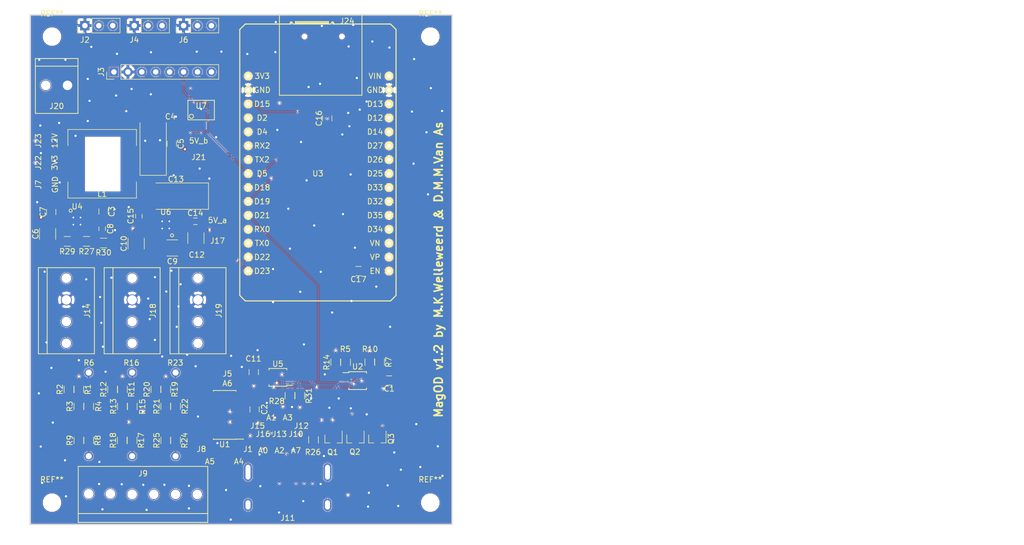
<source format=kicad_pcb>
(kicad_pcb (version 20171130) (host pcbnew "(5.0.0)")
  (layers (0 F.Cu signal) (1 In1.Cu signal) (2 In2.Cu signal) (31 B.Cu signal) (34 B.Paste user) (35 F.Paste user) (36 B.SilkS user) (37 F.SilkS user) (38 B.Mask user) (39 F.Mask user) (44 Edge.Cuts user))
  (net 0 "")
  (net 1 GND)
  (net 2 "Net-(R3-Pad1)")
  (net 3 "Net-(R13-Pad1)")
  (net 4 /SCL)
  (net 5 /SDA)
  (net 6 /Ain0)
  (net 7 /Ain1)
  (net 8 /Ain2)
  (net 9 /Ain3)
  (net 10 /A4)
  (net 11 /A5)
  (net 12 /A6)
  (net 13 /Ain7)
  (net 14 "Net-(R1-Pad2)")
  (net 15 "Net-(R17-Pad1)")
  (net 16 /I1_B)
  (net 17 /I1_A)
  (net 18 /I2_B)
  (net 19 /I2_A)
  (net 20 /I3_B)
  (net 21 /I3_A)
  (net 22 /I_sense1)
  (net 23 /I_sense3)
  (net 24 /I_sense2)
  (net 25 "Net-(C3-Pad1)")
  (net 26 "Net-(C3-Pad2)")
  (net 27 /5V_b)
  (net 28 /12V)
  (net 29 "Net-(C8-Pad1)")
  (net 30 /5V_a)
  (net 31 "Net-(C13-Pad1)")
  (net 32 "Net-(C15-Pad1)")
  (net 33 /PWM_X)
  (net 34 /DIR_X)
  (net 35 /PWM_Y)
  (net 36 /DIR_Y)
  (net 37 /PWM_Z)
  (net 38 /DIR_Z)
  (net 39 /SCK)
  (net 40 /MISO)
  (net 41 /MOSI)
  (net 42 /CS)
  (net 43 /RST)
  (net 44 /INT)
  (net 45 /LED_R)
  (net 46 /R)
  (net 47 /G)
  (net 48 /LED_G)
  (net 49 /LED_B)
  (net 50 /B)
  (net 51 "Net-(R5-Pad2)")
  (net 52 "Net-(R8-Pad1)")
  (net 53 "Net-(R11-Pad2)")
  (net 54 "Net-(R19-Pad2)")
  (net 55 "Net-(R21-Pad1)")
  (net 56 "Net-(R24-Pad1)")
  (net 57 /FB)
  (net 58 "Net-(R29-Pad1)")
  (net 59 "Net-(R31-Pad1)")
  (net 60 "Net-(C9-Pad2)")
  (net 61 "Net-(R28-Pad2)")
  (net 62 /CS2)
  (net 63 /Alert)
  (net 64 /3V3)
  (net 65 /RST_con)
  (net 66 /SCK_con)
  (net 67 /MISO_con)
  (net 68 /MOSI_con)
  (net 69 "Net-(C17-Pad1)")
  (module Pin_Headers:Pin_Header_Straight_1x08_Pitch2.54mm (layer F.Cu) (at 83.3 62.45 90)
    (fp_text reference J3 (at 0 -2.33 90) (layer F.SilkS))
    (fp_text value Conn_01x08)
    (pad 8 thru_hole oval (at 0 17.78 90) (size 1.7 1.7) (drill 1) (layers *.Cu *.Mask) (net 44 /INT))
    (pad 7 thru_hole oval (at 0 15.24 90) (size 1.7 1.7) (drill 1) (layers *.Cu *.Mask) (net 65 /RST_con))
    (pad 6 thru_hole oval (at 0 12.7 90) (size 1.7 1.7) (drill 1) (layers *.Cu *.Mask) (net 42 /CS))
    (pad 5 thru_hole oval (at 0 10.16 90) (size 1.7 1.7) (drill 1) (layers *.Cu *.Mask) (net 66 /SCK_con))
    (pad 4 thru_hole oval (at 0 7.62 90) (size 1.7 1.7) (drill 1) (layers *.Cu *.Mask) (net 67 /MISO_con))
    (pad 3 thru_hole oval (at 0 5.08 90) (size 1.7 1.7) (drill 1) (layers *.Cu *.Mask) (net 68 /MOSI_con))
    (pad 2 thru_hole oval (at 0 2.54 90) (size 1.7 1.7) (drill 1) (layers *.Cu *.Mask) (net 1 GND))
    (pad 1 thru_hole rect (at 0 0 90) (size 1.7 1.7) (drill 1) (layers *.Cu *.Mask) (net 27 /5V_b))
  )
  (module MicroSDSocket:MEM2075-00-140-01-A (layer F.Cu) (at 121 67.4 180)
    (fp_text reference J24 (at -4.826 14.224 180) (layer F.SilkS))
    (fp_text value Micro_SD_Card)
    (pad "" thru_hole circle (at -3.875 11.42 270) (size 0.95 0.95) (drill 0.95) (layers *.Mask F.Cu))
    (pad 7 smd rect (at -4.495 0 270) (size 1.4 0.62) (layers F.Cu F.Paste F.Mask) (net 40 /MISO))
    (pad 8 smd rect (at -5.595 0 270) (size 1.4 0.62) (layers F.Cu F.Paste F.Mask))
    (pad 6 smd rect (at -3.395 0 270) (size 1.4 0.62) (layers F.Cu F.Paste F.Mask) (net 1 GND))
    (pad 5 smd rect (at -2.295 0 270) (size 1.4 0.62) (layers F.Cu F.Paste F.Mask) (net 39 /SCK))
    (pad 4 smd rect (at -1.195 0 270) (size 1.4 0.62) (layers F.Cu F.Paste F.Mask) (net 64 /3V3))
    (pad 3 smd rect (at -0.095 0 270) (size 1.4 0.62) (layers F.Cu F.Paste F.Mask) (net 41 /MOSI))
    (pad 2 smd rect (at 1.005 0 270) (size 1.4 0.62) (layers F.Cu F.Paste F.Mask) (net 62 /CS2))
    (pad 1 smd rect (at 2.105 0 270) (size 1.4 0.62) (layers F.Cu F.Paste F.Mask))
    (pad 9 smd rect (at -6.695 0 270) (size 1.4 0.62) (layers F.Cu F.Paste F.Mask) (net 1 GND))
    (pad 10 smd rect (at -8.075 2 270) (size 2.4 1.1) (layers F.Cu F.Paste F.Mask))
    (pad 10 smd rect (at -8.075 11 270) (size 2.4 1.1) (layers F.Cu F.Paste F.Mask))
    (pad 10 smd rect (at 8.075 2 270) (size 2.4 1.1) (layers F.Cu F.Paste F.Mask))
    (pad 10 smd rect (at 8.075 11 270) (size 2.4 1.1) (layers F.Cu F.Paste F.Mask))
    (pad "" thru_hole circle (at 2.925 11.42 270) (size 0.95 0.95) (drill 0.95) (layers *.Mask F.Cu))
  )
  (module Connectors_Molex_custom:HDMI-RightAngle-47151-1051 (layer F.Cu) (at 115 145)
    (fp_text reference J11 (at 0 -1.2) (layer F.SilkS))
    (fp_text value Conn_01x19)
    (pad 1 smd rect (at 4.5 -10.31) (size 0.3 2.6) (layers F.Cu F.Paste F.Mask) (net 30 /5V_a))
    (pad 2 smd rect (at 4 -10.31) (size 0.3 2.6) (layers F.Cu F.Paste F.Mask) (net 1 GND))
    (pad 3 smd rect (at 3.5 -10.31) (size 0.3 2.6) (layers F.Cu F.Paste F.Mask) (net 13 /Ain7))
    (pad 4 smd rect (at 3 -10.31) (size 0.3 2.6) (layers F.Cu F.Paste F.Mask) (net 30 /5V_a))
    (pad 5 smd rect (at 2.5 -10.31) (size 0.3 2.6) (layers F.Cu F.Paste F.Mask) (net 1 GND))
    (pad 6 smd rect (at 2 -10.31) (size 0.3 2.6) (layers F.Cu F.Paste F.Mask) (net 7 /Ain1))
    (pad 7 smd rect (at 1.5 -10.31) (size 0.3 2.6) (layers F.Cu F.Paste F.Mask) (net 30 /5V_a))
    (pad 8 smd rect (at 1 -10.31) (size 0.3 2.6) (layers F.Cu F.Paste F.Mask) (net 1 GND))
    (pad 9 smd rect (at 0.5 -10.31) (size 0.3 2.6) (layers F.Cu F.Paste F.Mask) (net 6 /Ain0))
    (pad 19 smd rect (at -4.5 -10.31) (size 0.3 2.6) (layers F.Cu F.Paste F.Mask))
    (pad 18 smd rect (at -4 -10.31) (size 0.3 2.6) (layers F.Cu F.Paste F.Mask))
    (pad 17 smd rect (at -3.5 -10.31) (size 0.3 2.6) (layers F.Cu F.Paste F.Mask))
    (pad 16 smd rect (at -3 -10.31) (size 0.3 2.6) (layers F.Cu F.Paste F.Mask) (net 8 /Ain2))
    (pad 15 smd rect (at -2.5 -10.31) (size 0.3 2.6) (layers F.Cu F.Paste F.Mask) (net 9 /Ain3))
    (pad 14 smd rect (at -2 -10.31) (size 0.3 2.6) (layers F.Cu F.Paste F.Mask) (net 50 /B))
    (pad 13 smd rect (at -1.5 -10.31) (size 0.3 2.6) (layers F.Cu F.Paste F.Mask) (net 30 /5V_a))
    (pad 12 smd rect (at -1 -10.31) (size 0.3 2.6) (layers F.Cu F.Paste F.Mask) (net 47 /G))
    (pad 11 smd rect (at -0.5 -10.31) (size 0.3 2.6) (layers F.Cu F.Paste F.Mask) (net 1 GND))
    (pad 10 smd rect (at 0 -10.31) (size 0.3 2.6) (layers F.Cu F.Paste F.Mask) (net 46 /R))
    (pad e thru_hole oval (at 7.25 -3.59) (size 1.5 2.3) (drill oval 0.9 1.7) (layers *.Cu *.Mask))
    (pad e thru_hole oval (at -7.25 -3.59) (size 1.5 2.3) (drill oval 0.9 1.7) (layers *.Cu *.Mask))
    (pad e thru_hole oval (at 7.25 -9.55) (size 1.5 3.3) (drill oval 0.9 2.7) (layers *.Cu *.Mask))
    (pad e thru_hole oval (at -7.25 -9.55) (size 1.5 3.3) (drill oval 0.9 2.7) (layers *.Cu *.Mask))
  )
  (module HSOIC:HSOIC-8 (layer F.Cu) (at 92.75 90.35 180)
    (fp_text reference U6 (at 0 2.35 180) (layer F.SilkS))
    (fp_text value ADM7150)
    (pad 9 thru_hole circle (at -0.65 -0.65 180) (size 0.4 0.4) (drill 0.3) (layers *.Cu *.Mask) (net 1 GND))
    (pad 9 thru_hole circle (at -0.65 0.65 180) (size 0.4 0.4) (drill 0.3) (layers *.Cu *.Mask) (net 1 GND))
    (pad 9 thru_hole circle (at 0.65 0.65 180) (size 0.4 0.4) (drill 0.3) (layers *.Cu *.Mask) (net 1 GND))
    (pad 5 smd rect (at 2.7 1.905 180) (size 1.55 0.6) (layers F.Cu F.Paste F.Mask) (net 32 "Net-(C15-Pad1)"))
    (pad 6 smd rect (at 2.7 0.635 180) (size 1.55 0.6) (layers F.Cu F.Paste F.Mask) (net 32 "Net-(C15-Pad1)"))
    (pad 7 smd rect (at 2.7 -0.635 180) (size 1.55 0.6) (layers F.Cu F.Paste F.Mask) (net 28 /12V))
    (pad 8 smd rect (at 2.7 -1.905 180) (size 1.55 0.6) (layers F.Cu F.Paste F.Mask) (net 28 /12V))
    (pad 4 smd rect (at -2.7 1.905 180) (size 1.55 0.6) (layers F.Cu F.Paste F.Mask) (net 1 GND))
    (pad 3 smd rect (at -2.7 0.635 180) (size 1.55 0.6) (layers F.Cu F.Paste F.Mask) (net 31 "Net-(C13-Pad1)"))
    (pad 2 smd rect (at -2.7 -0.635 180) (size 1.55 0.6) (layers F.Cu F.Paste F.Mask) (net 30 /5V_a))
    (pad 1 smd rect (at -2.7 -1.905 180) (size 1.55 0.6) (layers F.Cu F.Paste F.Mask) (net 60 "Net-(C9-Pad2)"))
    (pad 9 smd rect (at 0 0 180) (size 2.6 3.1) (layers F.Cu F.Paste F.Mask) (net 1 GND))
    (pad 9 thru_hole circle (at 0.65 -0.65 180) (size 0.4 0.4) (drill 0.3) (layers *.Cu *.Mask) (net 1 GND))
  )
  (module HSOIC:HSOIC-8 (layer F.Cu) (at 76.55 89.65)
    (fp_text reference U4 (at 0.05 -2.65) (layer F.SilkS))
    (fp_text value LMR33630ADDA)
    (pad 9 thru_hole circle (at -0.65 -0.65) (size 0.4 0.4) (drill 0.3) (layers *.Cu *.Mask) (net 1 GND))
    (pad 9 thru_hole circle (at -0.65 0.65) (size 0.4 0.4) (drill 0.3) (layers *.Cu *.Mask) (net 1 GND))
    (pad 9 thru_hole circle (at 0.65 0.65) (size 0.4 0.4) (drill 0.3) (layers *.Cu *.Mask) (net 1 GND))
    (pad 5 smd rect (at 2.7 1.905) (size 1.55 0.6) (layers F.Cu F.Paste F.Mask) (net 57 /FB))
    (pad 6 smd rect (at 2.7 0.635) (size 1.55 0.6) (layers F.Cu F.Paste F.Mask) (net 29 "Net-(C8-Pad1)"))
    (pad 7 smd rect (at 2.7 -0.635) (size 1.55 0.6) (layers F.Cu F.Paste F.Mask) (net 26 "Net-(C3-Pad2)"))
    (pad 8 smd rect (at 2.7 -1.905) (size 1.55 0.6) (layers F.Cu F.Paste F.Mask) (net 25 "Net-(C3-Pad1)"))
    (pad 4 smd rect (at -2.7 1.905) (size 1.55 0.6) (layers F.Cu F.Paste F.Mask) (net 58 "Net-(R29-Pad1)"))
    (pad 3 smd rect (at -2.7 0.635) (size 1.55 0.6) (layers F.Cu F.Paste F.Mask) (net 28 /12V))
    (pad 2 smd rect (at -2.7 -0.635) (size 1.55 0.6) (layers F.Cu F.Paste F.Mask) (net 28 /12V))
    (pad 1 smd rect (at -2.7 -1.905) (size 1.55 0.6) (layers F.Cu F.Paste F.Mask) (net 1 GND))
    (pad 9 smd rect (at 0 0) (size 2.6 3.1) (layers F.Cu F.Paste F.Mask) (net 1 GND))
    (pad 9 thru_hole circle (at 0.65 -0.65) (size 0.4 0.4) (drill 0.3) (layers *.Cu *.Mask) (net 1 GND))
  )
  (module Capacitors_SMD:C_0805 (layer F.Cu) (at 122.2 70.9 90)
    (fp_text reference C16 (at 0 -1.5 90) (layer F.SilkS))
    (fp_text value C)
    (pad 1 smd rect (at -1 0 90) (size 1 1.25) (layers F.Cu F.Paste F.Mask) (net 1 GND))
    (pad 2 smd rect (at 1 0 90) (size 1 1.25) (layers F.Cu F.Paste F.Mask) (net 64 /3V3))
  )
  (module Bourns_inductor:ssr1260 (layer F.Cu) (at 81.15 79.2 180)
    (fp_text reference L1 (at 0 -5.5 180) (layer F.SilkS))
    (fp_text value 10u)
    (pad 2 smd rect (at 4.85 0 180) (size 2.9 5.4) (layers F.Cu F.Paste F.Mask) (net 25 "Net-(C3-Pad1)"))
    (pad 1 smd rect (at -4.85 0 180) (size 2.9 5.4) (layers F.Cu F.Paste F.Mask) (net 27 /5V_b))
  )
  (module Connectors_Molex_custom:KK396RPC171813_Straight_1x2 (layer F.Cu) (at 72.85 64.9)
    (fp_text reference J20 (at 0 3.8) (layer F.SilkS))
    (fp_text value Conn_01x02)
    (pad 1 thru_hole circle (at -1.98 0) (size 2 2) (drill 1.73) (layers *.Cu *.Mask) (net 28 /12V))
    (pad 2 thru_hole circle (at 1.98 0) (size 2 2) (drill 1.73) (layers *.Cu *.Mask) (net 1 GND))
  )
  (module "ESP-32:NodeMCU(ESP-32)" (layer F.Cu) (at 120.5 80.99 180)
    (fp_text reference U3 (at 0 0 180) (layer F.SilkS))
    (fp_text value "NodeMCU(ESP-32)")
    (fp_text user VIN (at -10.43 17.78 180) (layer F.SilkS))
    (fp_text user GND (at -10.43 15.24 180) (layer F.SilkS))
    (fp_text user D13 (at -10.43 12.7 180) (layer F.SilkS))
    (fp_text user D12 (at -10.43 10.16 180) (layer F.SilkS))
    (fp_text user D14 (at -10.43 7.62 180) (layer F.SilkS))
    (fp_text user D27 (at -10.43 5.08 180) (layer F.SilkS))
    (fp_text user D26 (at -10.43 2.54 180) (layer F.SilkS))
    (fp_text user D25 (at -10.43 0 180) (layer F.SilkS))
    (fp_text user D33 (at -10.43 -2.54 180) (layer F.SilkS))
    (fp_text user D32 (at -10.43 -5.08 180) (layer F.SilkS))
    (fp_text user D35 (at -10.43 -7.62 180) (layer F.SilkS))
    (fp_text user D34 (at -10.43 -10.16 180) (layer F.SilkS))
    (fp_text user VN (at -10.43 -12.7 180) (layer F.SilkS))
    (fp_text user VP (at -10.43 -15.24 180) (layer F.SilkS))
    (fp_text user EN (at -10.43 -17.78 180) (layer F.SilkS))
    (fp_text user 3V3 (at 10.16 17.78 180) (layer F.SilkS))
    (fp_text user GND (at 10.16 15.24 180) (layer F.SilkS))
    (fp_text user D15 (at 10.16 12.7 180) (layer F.SilkS))
    (fp_text user D2 (at 10.16 10.16 180) (layer F.SilkS))
    (fp_text user D4 (at 10.16 7.62 180) (layer F.SilkS))
    (fp_text user RX2 (at 10.16 5.08 180) (layer F.SilkS))
    (fp_text user TX2 (at 10.16 2.54 180) (layer F.SilkS))
    (fp_text user D5 (at 10.16 0 180) (layer F.SilkS))
    (fp_text user D18 (at 10.16 -2.54 180) (layer F.SilkS))
    (fp_text user D19 (at 10.16 -5.08 180) (layer F.SilkS))
    (fp_text user D21 (at 10.16 -7.62 180) (layer F.SilkS))
    (fp_text user RX0 (at 10.16 -10.16 180) (layer F.SilkS))
    (fp_text user TX0 (at 10.16 -12.7 180) (layer F.SilkS))
    (fp_text user D22 (at 10.16 -15.24 180) (layer F.SilkS))
    (fp_text user D23 (at 10.16 -17.78 180) (layer F.SilkS))
    (pad 1 thru_hole circle (at -12.97 -17.78 180) (size 1.524 1.524) (drill 0.762) (layers *.Cu *.Mask F.SilkS) (net 69 "Net-(C17-Pad1)"))
    (pad 2 thru_hole circle (at -12.97 -15.24 180) (size 1.524 1.524) (drill 0.762) (layers *.Cu *.Mask F.SilkS))
    (pad 3 thru_hole circle (at -12.97 -12.7 180) (size 1.524 1.524) (drill 0.762) (layers *.Cu *.Mask F.SilkS))
    (pad 4 thru_hole circle (at -12.97 -10.16 180) (size 1.524 1.524) (drill 0.762) (layers *.Cu *.Mask F.SilkS))
    (pad 5 thru_hole circle (at -12.97 -7.62 180) (size 1.524 1.524) (drill 0.762) (layers *.Cu *.Mask F.SilkS))
    (pad 6 thru_hole circle (at -12.97 -5.08 180) (size 1.524 1.524) (drill 0.762) (layers *.Cu *.Mask F.SilkS) (net 48 /LED_G))
    (pad 7 thru_hole circle (at -12.97 -2.54 180) (size 1.524 1.524) (drill 0.762) (layers *.Cu *.Mask F.SilkS) (net 33 /PWM_X))
    (pad 8 thru_hole circle (at -12.97 0 180) (size 1.524 1.524) (drill 0.762) (layers *.Cu *.Mask F.SilkS) (net 34 /DIR_X))
    (pad 9 thru_hole circle (at -12.97 2.54 180) (size 1.524 1.524) (drill 0.762) (layers *.Cu *.Mask F.SilkS) (net 35 /PWM_Y))
    (pad 10 thru_hole circle (at -12.97 5.08 180) (size 1.524 1.524) (drill 0.762) (layers *.Cu *.Mask F.SilkS) (net 36 /DIR_Y))
    (pad 11 thru_hole circle (at -12.97 7.62 180) (size 1.524 1.524) (drill 0.762) (layers *.Cu *.Mask F.SilkS) (net 37 /PWM_Z))
    (pad 12 thru_hole circle (at -12.97 10.16 180) (size 1.524 1.524) (drill 0.762) (layers *.Cu *.Mask F.SilkS) (net 38 /DIR_Z))
    (pad 13 thru_hole circle (at -12.97 12.7 180) (size 1.524 1.524) (drill 0.762) (layers *.Cu *.Mask F.SilkS) (net 63 /Alert))
    (pad 14 thru_hole circle (at -12.97 15.24 180) (size 1.524 1.524) (drill 0.762) (layers *.Cu *.Mask F.SilkS) (net 1 GND))
    (pad 15 thru_hole circle (at -12.97 17.78 180) (size 1.524 1.524) (drill 0.762) (layers *.Cu *.Mask F.SilkS) (net 27 /5V_b))
    (pad 16 thru_hole circle (at 12.7 17.78 180) (size 1.524 1.524) (drill 0.762) (layers *.Cu *.Mask F.SilkS) (net 64 /3V3))
    (pad 17 thru_hole circle (at 12.7 15.24 180) (size 1.524 1.524) (drill 0.762) (layers *.Cu *.Mask F.SilkS) (net 1 GND))
    (pad 18 thru_hole circle (at 12.7 12.7 180) (size 1.524 1.524) (drill 0.762) (layers *.Cu *.Mask F.SilkS) (net 62 /CS2))
    (pad 19 thru_hole circle (at 12.7 10.16 180) (size 1.524 1.524) (drill 0.762) (layers *.Cu *.Mask F.SilkS) (net 45 /LED_R))
    (pad 20 thru_hole circle (at 12.7 7.62 180) (size 1.524 1.524) (drill 0.762) (layers *.Cu *.Mask F.SilkS) (net 49 /LED_B))
    (pad 21 thru_hole circle (at 12.7 5.08 180) (size 1.524 1.524) (drill 0.762) (layers *.Cu *.Mask F.SilkS) (net 44 /INT))
    (pad 22 thru_hole circle (at 12.7 2.54 180) (size 1.524 1.524) (drill 0.762) (layers *.Cu *.Mask F.SilkS) (net 43 /RST))
    (pad 23 thru_hole circle (at 12.7 0 180) (size 1.524 1.524) (drill 0.762) (layers *.Cu *.Mask F.SilkS) (net 42 /CS))
    (pad 24 thru_hole circle (at 12.7 -2.54 180) (size 1.524 1.524) (drill 0.762) (layers *.Cu *.Mask F.SilkS) (net 39 /SCK))
    (pad 25 thru_hole circle (at 12.7 -5.08 180) (size 1.524 1.524) (drill 0.762) (layers *.Cu *.Mask F.SilkS) (net 40 /MISO))
    (pad 26 thru_hole circle (at 12.7 -7.62 180) (size 1.524 1.524) (drill 0.762) (layers *.Cu *.Mask F.SilkS) (net 5 /SDA))
    (pad 27 thru_hole circle (at 12.7 -10.16 180) (size 1.524 1.524) (drill 0.762) (layers *.Cu *.Mask F.SilkS))
    (pad 28 thru_hole circle (at 12.7 -12.7 180) (size 1.524 1.524) (drill 0.762) (layers *.Cu *.Mask F.SilkS))
    (pad 29 thru_hole circle (at 12.7 -15.24 180) (size 1.524 1.524) (drill 0.762) (layers *.Cu *.Mask F.SilkS) (net 4 /SCL))
    (pad 30 thru_hole circle (at 12.7 -17.78 180) (size 1.524 1.524) (drill 0.762) (layers *.Cu *.Mask F.SilkS) (net 41 /MOSI))
  )
  (module MountingHole:MountingHole_3.2mm_M3 (layer F.Cu) (at 141 56)
    (fp_text reference REF** (at 0 -4.2) (layer F.SilkS))
    (fp_text value MountingHole_3.2mm_M3)
    (pad 1 np_thru_hole circle (at 0 0) (size 3.2 3.2) (drill 3.2) (layers *.Cu *.Mask))
  )
  (module MountingHole:MountingHole_3.2mm_M3 (layer F.Cu) (at 141 141)
    (fp_text reference REF** (at 0 -4.2) (layer F.SilkS))
    (fp_text value MountingHole_3.2mm_M3)
    (pad 1 np_thru_hole circle (at 0 0) (size 3.2 3.2) (drill 3.2) (layers *.Cu *.Mask))
  )
  (module MountingHole:MountingHole_3.2mm_M3 (layer F.Cu) (at 72 141)
    (fp_text reference REF** (at 0 -4.2) (layer F.SilkS))
    (fp_text value MountingHole_3.2mm_M3)
    (pad 1 np_thru_hole circle (at 0 0) (size 3.2 3.2) (drill 3.2) (layers *.Cu *.Mask))
  )
  (module Capacitors_SMD:C_0805 (layer F.Cu) (at 108.95 124 270)
    (fp_text reference C2 (at 0 -1.8 270) (layer F.SilkS))
    (fp_text value C)
    (pad 2 smd rect (at 1 0 270) (size 1 1.25) (layers F.Cu F.Paste F.Mask) (net 64 /3V3))
    (pad 1 smd rect (at -1 0 270) (size 1 1.25) (layers F.Cu F.Paste F.Mask) (net 1 GND))
  )
  (module Connectors_Molex_custom:KK41791_straight1x6 (layer F.Cu) (at 88.6 139.5 180)
    (fp_text reference J9 (at 0 3.8 180) (layer F.SilkS))
    (fp_text value Conn_01x06)
    (pad 6 thru_hole circle (at 9.9 0.1 180) (size 2 2) (drill 1.73) (layers *.Cu *.Mask) (net 22 /I_sense1))
    (pad 2 thru_hole circle (at -5.94 0 180) (size 2 2) (drill 1.7) (layers *.Cu *.Mask) (net 23 /I_sense3))
    (pad 1 thru_hole circle (at -9.9 0 180) (size 2 2) (drill 1.7) (layers *.Cu *.Mask) (net 20 /I3_B))
    (pad 3 thru_hole circle (at -1.98 0 180) (size 2 2) (drill 1.7) (layers *.Cu *.Mask) (net 18 /I2_B))
    (pad 4 thru_hole circle (at 1.98 0 180) (size 2 2) (drill 1.73) (layers *.Cu *.Mask) (net 24 /I_sense2))
    (pad 5 thru_hole circle (at 5.94 0.1 180) (size 2 2) (drill 1.73) (layers *.Cu *.Mask) (net 16 /I1_B))
  )
  (module Resistors_SMD:R_0805 (layer F.Cu) (at 84.85 123.45 90)
    (fp_text reference R13 (at 0 -1.65 90) (layer F.SilkS))
    (fp_text value 33k)
    (pad 2 smd rect (at 0.95 0 90) (size 0.7 1.3) (layers F.Cu F.Paste F.Mask) (net 53 "Net-(R11-Pad2)"))
    (pad 1 smd rect (at -0.95 0 90) (size 0.7 1.3) (layers F.Cu F.Paste F.Mask) (net 3 "Net-(R13-Pad1)"))
  )
  (module Resistors_SMD:R_0805 (layer F.Cu) (at 83.05 120.35 90)
    (fp_text reference R12 (at 0 -1.65 90) (layer F.SilkS))
    (fp_text value 800)
    (pad 2 smd rect (at 0.95 0 90) (size 0.7 1.3) (layers F.Cu F.Paste F.Mask) (net 1 GND))
    (pad 1 smd rect (at -0.95 0 90) (size 0.7 1.3) (layers F.Cu F.Paste F.Mask) (net 53 "Net-(R11-Pad2)"))
  )
  (module CurrentSenseResistor:OAR3 (layer F.Cu) (at 78.7 124.9 90)
    (fp_text reference R6 (at 9.4 0.05 180) (layer F.SilkS))
    (fp_text value 0.05)
    (pad 1 thru_hole circle (at -7.62 0 90) (size 1.65 1.65) (drill 1.1) (layers *.Cu *.Mask) (net 22 /I_sense1))
    (pad 2 thru_hole circle (at 7.62 0 90) (size 1.65 1.65) (drill 1.1) (layers *.Cu *.Mask) (net 17 /I1_A))
  )
  (module Capacitors_SMD:C_0805 (layer F.Cu) (at 133.5 118.725 180)
    (fp_text reference C1 (at 0 -1.5 180) (layer F.SilkS))
    (fp_text value C)
    (pad 2 smd rect (at 1 0 180) (size 1 1.25) (layers F.Cu F.Paste F.Mask) (net 64 /3V3))
    (pad 1 smd rect (at -1 0 180) (size 1 1.25) (layers F.Cu F.Paste F.Mask) (net 1 GND))
  )
  (module Capacitors_SMD:C_0805 (layer F.Cu) (at 71.85 88 90)
    (fp_text reference C7 (at 0 -1.5 90) (layer F.SilkS))
    (fp_text value 220n)
    (pad 2 smd rect (at 1 0 90) (size 1 1.25) (layers F.Cu F.Paste F.Mask) (net 1 GND))
    (pad 1 smd rect (at -1 0 90) (size 1 1.25) (layers F.Cu F.Paste F.Mask) (net 28 /12V))
  )
  (module Resistors_SMD:R_0805 (layer F.Cu) (at 94.54 123.45 90)
    (fp_text reference R22 (at 0 1.71 90) (layer F.SilkS))
    (fp_text value 3.3k)
    (pad 2 smd rect (at 0.95 0 90) (size 0.7 1.3) (layers F.Cu F.Paste F.Mask) (net 21 /I3_A))
    (pad 1 smd rect (at -0.95 0 90) (size 0.7 1.3) (layers F.Cu F.Paste F.Mask) (net 55 "Net-(R21-Pad1)"))
  )
  (module Resistors_SMD:R_0805 (layer F.Cu) (at 94.54 129.65 270)
    (fp_text reference R24 (at 0 -1.65 270) (layer F.SilkS))
    (fp_text value 3.3k)
    (pad 2 smd rect (at 0.95 0 270) (size 0.7 1.3) (layers F.Cu F.Paste F.Mask) (net 23 /I_sense3))
    (pad 1 smd rect (at -0.95 0 270) (size 0.7 1.3) (layers F.Cu F.Paste F.Mask) (net 56 "Net-(R24-Pad1)"))
  )
  (module Resistors_SMD:R_0805 (layer F.Cu) (at 92.75 129.65 90)
    (fp_text reference R25 (at 0 -1.65 90) (layer F.SilkS))
    (fp_text value 33k)
    (pad 2 smd rect (at 0.95 0 90) (size 0.7 1.3) (layers F.Cu F.Paste F.Mask) (net 56 "Net-(R24-Pad1)"))
    (pad 1 smd rect (at -0.95 0 90) (size 0.7 1.3) (layers F.Cu F.Paste F.Mask) (net 11 /A5))
  )
  (module Pin_Headers:Pin_Header_Straight_1x03_Pitch2.54mm (layer F.Cu) (at 78 54 90)
    (fp_text reference J2 (at -2.6 0 180) (layer F.SilkS))
    (fp_text value Conn_01x03)
    (pad 3 thru_hole oval (at 0 5.08 90) (size 1.7 1.7) (drill 1) (layers *.Cu *.Mask) (net 34 /DIR_X))
    (pad 2 thru_hole oval (at 0 2.54 90) (size 1.7 1.7) (drill 1) (layers *.Cu *.Mask) (net 33 /PWM_X))
    (pad 1 thru_hole rect (at 0 0 90) (size 1.7 1.7) (drill 1) (layers *.Cu *.Mask) (net 1 GND))
  )
  (module Resistors_SMD:R_0805 (layer F.Cu) (at 74.8 93.35)
    (fp_text reference R29 (at 0 1.85) (layer F.SilkS))
    (fp_text value 100k)
    (pad 2 smd rect (at 0.95 0) (size 0.7 1.3) (layers F.Cu F.Paste F.Mask) (net 27 /5V_b))
    (pad 1 smd rect (at -0.95 0) (size 0.7 1.3) (layers F.Cu F.Paste F.Mask) (net 58 "Net-(R29-Pad1)"))
  )
  (module Housings_SSOP_custom:VSSOP-10_3.1x3.1mm_Pitch0.5mm (layer F.Cu) (at 127.75 118.75)
    (fp_text reference U2 (at 0 -2.55) (layer F.SilkS))
    (fp_text value ADS1115)
    (pad 10 smd rect (at 2.2 -1) (size 1.45 0.3) (layers F.Cu F.Paste F.Mask) (net 4 /SCL))
    (pad 9 smd rect (at 2.2 -0.5) (size 1.45 0.3) (layers F.Cu F.Paste F.Mask) (net 5 /SDA))
    (pad 8 smd rect (at 2.2 0) (size 1.45 0.3) (layers F.Cu F.Paste F.Mask) (net 64 /3V3))
    (pad 7 smd rect (at 2.2 0.5) (size 1.45 0.3) (layers F.Cu F.Paste F.Mask) (net 9 /Ain3))
    (pad 6 smd rect (at 2.2 1) (size 1.45 0.3) (layers F.Cu F.Paste F.Mask) (net 8 /Ain2))
    (pad 5 smd rect (at -2.2 1) (size 1.45 0.3) (layers F.Cu F.Paste F.Mask) (net 7 /Ain1))
    (pad 4 smd rect (at -2.2 0.5) (size 1.45 0.3) (layers F.Cu F.Paste F.Mask) (net 6 /Ain0))
    (pad 3 smd rect (at -2.2 0) (size 1.45 0.3) (layers F.Cu F.Paste F.Mask) (net 1 GND))
    (pad 2 smd rect (at -2.2 -0.5) (size 1.45 0.3) (layers F.Cu F.Paste F.Mask) (net 63 /Alert))
    (pad 1 smd rect (at -2.2 -1) (size 1.45 0.3) (layers F.Cu F.Paste F.Mask) (net 51 "Net-(R5-Pad2)"))
  )
  (module TestPoint_custom:TestPoint-Harwin-S2761-46R (layer F.Cu) (at 113.5 130 270)
    (fp_text reference J13 (at -1.5 0 180) (layer F.SilkS))
    (fp_text value A2 (at 1.5 0) (layer F.SilkS))
    (pad 1 smd rect (at 0 0 270) (size 1 1.8) (layers F.Cu F.Paste F.Mask) (net 8 /Ain2))
  )
  (module Package_SO:SOIC-14_3.9x8.7mm_P1.27mm (layer F.Cu) (at 103.5 125 180)
    (fp_text reference U1 (at 0 -5.375 180) (layer F.SilkS))
    (fp_text value Opamp_Quad_Generic)
    (pad 14 smd rect (at 2.7 -3.81 180) (size 1.5 0.6) (layers F.Cu F.Paste F.Mask) (net 11 /A5))
    (pad 13 smd rect (at 2.7 -2.54 180) (size 1.5 0.6) (layers F.Cu F.Paste F.Mask) (net 56 "Net-(R24-Pad1)"))
    (pad 12 smd rect (at 2.7 -1.27 180) (size 1.5 0.6) (layers F.Cu F.Paste F.Mask) (net 55 "Net-(R21-Pad1)"))
    (pad 11 smd rect (at 2.7 0 180) (size 1.5 0.6) (layers F.Cu F.Paste F.Mask) (net 1 GND))
    (pad 10 smd rect (at 2.7 1.27 180) (size 1.5 0.6) (layers F.Cu F.Paste F.Mask))
    (pad 9 smd rect (at 2.7 2.54 180) (size 1.5 0.6) (layers F.Cu F.Paste F.Mask))
    (pad 8 smd rect (at 2.7 3.81 180) (size 1.5 0.6) (layers F.Cu F.Paste F.Mask))
    (pad 7 smd rect (at -2.7 3.81 180) (size 1.5 0.6) (layers F.Cu F.Paste F.Mask) (net 12 /A6))
    (pad 6 smd rect (at -2.7 2.54 180) (size 1.5 0.6) (layers F.Cu F.Paste F.Mask) (net 15 "Net-(R17-Pad1)"))
    (pad 5 smd rect (at -2.7 1.27 180) (size 1.5 0.6) (layers F.Cu F.Paste F.Mask) (net 3 "Net-(R13-Pad1)"))
    (pad 4 smd rect (at -2.7 0 180) (size 1.5 0.6) (layers F.Cu F.Paste F.Mask) (net 64 /3V3))
    (pad 3 smd rect (at -2.7 -1.27 180) (size 1.5 0.6) (layers F.Cu F.Paste F.Mask) (net 2 "Net-(R3-Pad1)"))
    (pad 2 smd rect (at -2.7 -2.54 180) (size 1.5 0.6) (layers F.Cu F.Paste F.Mask) (net 52 "Net-(R8-Pad1)"))
    (pad 1 smd rect (at -2.7 -3.81 180) (size 1.5 0.6) (layers F.Cu F.Paste F.Mask) (net 10 /A4))
  )
  (module Resistors_SMD:R_0805 (layer F.Cu) (at 76.9 120.35 270)
    (fp_text reference R1 (at 0 -1.65 270) (layer F.SilkS))
    (fp_text value 800)
    (pad 2 smd rect (at 0.95 0 270) (size 0.7 1.3) (layers F.Cu F.Paste F.Mask) (net 14 "Net-(R1-Pad2)"))
    (pad 1 smd rect (at -0.95 0 270) (size 0.7 1.3) (layers F.Cu F.Paste F.Mask) (net 64 /3V3))
  )
  (module Resistors_SMD:R_0805 (layer F.Cu) (at 75.1 120.35 90)
    (fp_text reference R2 (at 0 -1.65 90) (layer F.SilkS))
    (fp_text value 800)
    (pad 2 smd rect (at 0.95 0 90) (size 0.7 1.3) (layers F.Cu F.Paste F.Mask) (net 1 GND))
    (pad 1 smd rect (at -0.95 0 90) (size 0.7 1.3) (layers F.Cu F.Paste F.Mask) (net 14 "Net-(R1-Pad2)"))
  )
  (module Resistors_SMD:R_0805 (layer F.Cu) (at 76.9 123.45 90)
    (fp_text reference R3 (at 0 -1.65 90) (layer F.SilkS))
    (fp_text value 33k)
    (pad 2 smd rect (at 0.95 0 90) (size 0.7 1.3) (layers F.Cu F.Paste F.Mask) (net 14 "Net-(R1-Pad2)"))
    (pad 1 smd rect (at -0.95 0 90) (size 0.7 1.3) (layers F.Cu F.Paste F.Mask) (net 2 "Net-(R3-Pad1)"))
  )
  (module Resistors_SMD:R_0805 (layer F.Cu) (at 78.7 123.45 90)
    (fp_text reference R4 (at 0 1.8 90) (layer F.SilkS))
    (fp_text value 3.3k)
    (pad 2 smd rect (at 0.95 0 90) (size 0.7 1.3) (layers F.Cu F.Paste F.Mask) (net 17 /I1_A))
    (pad 1 smd rect (at -0.95 0 90) (size 0.7 1.3) (layers F.Cu F.Paste F.Mask) (net 2 "Net-(R3-Pad1)"))
  )
  (module Resistors_SMD:R_0805 (layer F.Cu) (at 78.7 129.65 270)
    (fp_text reference R8 (at 0 -1.65 270) (layer F.SilkS))
    (fp_text value 3.3k)
    (pad 2 smd rect (at 0.95 0 270) (size 0.7 1.3) (layers F.Cu F.Paste F.Mask) (net 22 /I_sense1))
    (pad 1 smd rect (at -0.95 0 270) (size 0.7 1.3) (layers F.Cu F.Paste F.Mask) (net 52 "Net-(R8-Pad1)"))
  )
  (module Resistors_SMD:R_0805 (layer F.Cu) (at 76.9 129.65 90)
    (fp_text reference R9 (at 0 -1.65 90) (layer F.SilkS))
    (fp_text value 33k)
    (pad 2 smd rect (at 0.95 0 90) (size 0.7 1.3) (layers F.Cu F.Paste F.Mask) (net 52 "Net-(R8-Pad1)"))
    (pad 1 smd rect (at -0.95 0 90) (size 0.7 1.3) (layers F.Cu F.Paste F.Mask) (net 10 /A4))
  )
  (module Resistors_SMD:R_0805 (layer F.Cu) (at 129.95 115.375 90)
    (fp_text reference R10 (at 2.375 0.05 180) (layer F.SilkS))
    (fp_text value R)
    (pad 2 smd rect (at 0.95 0 90) (size 0.7 1.3) (layers F.Cu F.Paste F.Mask) (net 64 /3V3))
    (pad 1 smd rect (at -0.95 0 90) (size 0.7 1.3) (layers F.Cu F.Paste F.Mask) (net 4 /SCL))
  )
  (module Resistors_SMD:R_0805 (layer F.Cu) (at 84.85 120.35 270)
    (fp_text reference R11 (at 0 -1.65 270) (layer F.SilkS))
    (fp_text value 800)
    (pad 2 smd rect (at 0.95 0 270) (size 0.7 1.3) (layers F.Cu F.Paste F.Mask) (net 53 "Net-(R11-Pad2)"))
    (pad 1 smd rect (at -0.95 0 270) (size 0.7 1.3) (layers F.Cu F.Paste F.Mask) (net 64 /3V3))
  )
  (module Resistors_SMD:R_0805 (layer F.Cu) (at 123.75 115.4 90)
    (fp_text reference R14 (at 0 -1.65 90) (layer F.SilkS))
    (fp_text value R)
    (pad 2 smd rect (at 0.95 0 90) (size 0.7 1.3) (layers F.Cu F.Paste F.Mask) (net 64 /3V3))
    (pad 1 smd rect (at -0.95 0 90) (size 0.7 1.3) (layers F.Cu F.Paste F.Mask) (net 63 /Alert))
  )
  (module Resistors_SMD:R_0805 (layer F.Cu) (at 86.65 123.45 90)
    (fp_text reference R15 (at -0.05 1.85 90) (layer F.SilkS))
    (fp_text value 3.3k)
    (pad 2 smd rect (at 0.95 0 90) (size 0.7 1.3) (layers F.Cu F.Paste F.Mask) (net 19 /I2_A))
    (pad 1 smd rect (at -0.95 0 90) (size 0.7 1.3) (layers F.Cu F.Paste F.Mask) (net 3 "Net-(R13-Pad1)"))
  )
  (module Resistors_SMD:R_0805 (layer F.Cu) (at 86.62 129.65 270)
    (fp_text reference R17 (at 0 -1.65 270) (layer F.SilkS))
    (fp_text value 3.3k)
    (pad 2 smd rect (at 0.95 0 270) (size 0.7 1.3) (layers F.Cu F.Paste F.Mask) (net 24 /I_sense2))
    (pad 1 smd rect (at -0.95 0 270) (size 0.7 1.3) (layers F.Cu F.Paste F.Mask) (net 15 "Net-(R17-Pad1)"))
  )
  (module Resistors_SMD:R_0805 (layer F.Cu) (at 84.8 129.65 90)
    (fp_text reference R18 (at 0 -1.65 90) (layer F.SilkS))
    (fp_text value 33k)
    (pad 2 smd rect (at 0.95 0 90) (size 0.7 1.3) (layers F.Cu F.Paste F.Mask) (net 15 "Net-(R17-Pad1)"))
    (pad 1 smd rect (at -0.95 0 90) (size 0.7 1.3) (layers F.Cu F.Paste F.Mask) (net 12 /A6))
  )
  (module Resistors_SMD:R_0805 (layer F.Cu) (at 90.95 120.35 90)
    (fp_text reference R20 (at 0 -1.65 90) (layer F.SilkS))
    (fp_text value 800)
    (pad 2 smd rect (at 0.95 0 90) (size 0.7 1.3) (layers F.Cu F.Paste F.Mask) (net 1 GND))
    (pad 1 smd rect (at -0.95 0 90) (size 0.7 1.3) (layers F.Cu F.Paste F.Mask) (net 54 "Net-(R19-Pad2)"))
  )
  (module Resistors_SMD:R_0805 (layer F.Cu) (at 92.75 123.45 90)
    (fp_text reference R21 (at 0 -1.65 90) (layer F.SilkS))
    (fp_text value 33k)
    (pad 2 smd rect (at 0.95 0 90) (size 0.7 1.3) (layers F.Cu F.Paste F.Mask) (net 54 "Net-(R19-Pad2)"))
    (pad 1 smd rect (at -0.95 0 90) (size 0.7 1.3) (layers F.Cu F.Paste F.Mask) (net 55 "Net-(R21-Pad1)"))
  )
  (module Capacitors_SMD:C_0805 (layer F.Cu) (at 81.4 87.9 270)
    (fp_text reference C3 (at 0 -1.5 270) (layer F.SilkS))
    (fp_text value 100n)
    (pad 2 smd rect (at 1 0 270) (size 1 1.25) (layers F.Cu F.Paste F.Mask) (net 26 "Net-(C3-Pad2)"))
    (pad 1 smd rect (at -1 0 270) (size 1 1.25) (layers F.Cu F.Paste F.Mask) (net 25 "Net-(C3-Pad1)"))
  )
  (module Capacitors_Tantalum_SMD:CP_Tantalum_Case-D_EIA-7343-31_Hand (layer F.Cu) (at 90.45 75.35 90)
    (fp_text reference C4 (at 4.75 3.15 180) (layer F.SilkS))
    (fp_text value 68u)
    (pad 2 smd rect (at 3.775 0 90) (size 3.75 2.7) (layers F.Cu F.Paste F.Mask) (net 1 GND))
    (pad 1 smd rect (at -3.775 0 90) (size 3.75 2.7) (layers F.Cu F.Paste F.Mask) (net 27 /5V_b))
  )
  (module Capacitors_SMD:C_0805 (layer F.Cu) (at 93.85 75.55 90)
    (fp_text reference C5 (at 0 1.65 90) (layer F.SilkS))
    (fp_text value 1u)
    (pad 2 smd rect (at 1 0 90) (size 1 1.25) (layers F.Cu F.Paste F.Mask) (net 1 GND))
    (pad 1 smd rect (at -1 0 90) (size 1 1.25) (layers F.Cu F.Paste F.Mask) (net 27 /5V_b))
  )
  (module Capacitors_SMD:C_1210 (layer F.Cu) (at 71.2 92 270)
    (fp_text reference C6 (at 0 2.2 270) (layer F.SilkS))
    (fp_text value 10u)
    (pad 2 smd rect (at 1.5 0 270) (size 1 2.5) (layers F.Cu F.Paste F.Mask) (net 1 GND))
    (pad 1 smd rect (at -1.5 0 270) (size 1 2.5) (layers F.Cu F.Paste F.Mask) (net 28 /12V))
  )
  (module Capacitors_SMD:C_1210 (layer F.Cu) (at 87.35 93.75 90)
    (fp_text reference C10 (at 0 -2.25 90) (layer F.SilkS))
    (fp_text value 10u)
    (pad 2 smd rect (at 1.5 0 90) (size 1 2.5) (layers F.Cu F.Paste F.Mask) (net 28 /12V))
    (pad 1 smd rect (at -1.5 0 90) (size 1 2.5) (layers F.Cu F.Paste F.Mask) (net 1 GND))
  )
  (module Capacitors_SMD:C_1210 (layer F.Cu) (at 98.25 92.75 90)
    (fp_text reference C12 (at -3.05 0.15 180) (layer F.SilkS))
    (fp_text value 10u)
    (pad 2 smd rect (at 1.5 0 90) (size 1 2.5) (layers F.Cu F.Paste F.Mask) (net 30 /5V_a))
    (pad 1 smd rect (at -1.5 0 90) (size 1 2.5) (layers F.Cu F.Paste F.Mask) (net 1 GND))
  )
  (module Capacitors_Tantalum_SMD:CP_Tantalum_Case-D_EIA-7343-31_Hand (layer F.Cu) (at 94.6 85.1 180)
    (fp_text reference C13 (at 0 3.1 180) (layer F.SilkS))
    (fp_text value 68u)
    (pad 2 smd rect (at 3.775 0 180) (size 3.75 2.7) (layers F.Cu F.Paste F.Mask) (net 1 GND))
    (pad 1 smd rect (at -3.775 0 180) (size 3.75 2.7) (layers F.Cu F.Paste F.Mask) (net 31 "Net-(C13-Pad1)"))
  )
  (module Capacitors_SMD:C_0603 (layer F.Cu) (at 98.15 89.7)
    (fp_text reference C14 (at 0 -1.5) (layer F.SilkS))
    (fp_text value 1u)
    (pad 1 smd rect (at -0.75 0) (size 0.8 0.75) (layers F.Cu F.Paste F.Mask) (net 31 "Net-(C13-Pad1)"))
    (pad 2 smd rect (at 0.75 0) (size 0.8 0.75) (layers F.Cu F.Paste F.Mask) (net 1 GND))
  )
  (module Capacitors_SMD:C_0603 (layer F.Cu) (at 87.85 88.75 90)
    (fp_text reference C15 (at 0 -1.5 90) (layer F.SilkS))
    (fp_text value 1u)
    (pad 1 smd rect (at -0.75 0 90) (size 0.8 0.75) (layers F.Cu F.Paste F.Mask) (net 32 "Net-(C15-Pad1)"))
    (pad 2 smd rect (at 0.75 0 90) (size 0.8 0.75) (layers F.Cu F.Paste F.Mask) (net 1 GND))
  )
  (module TO_SOT_Packages_SMD:SOT-23 (layer F.Cu) (at 123.35 129.35 270)
    (fp_text reference Q1 (at 2.45 0.15) (layer F.SilkS))
    (fp_text value Q_NMOS_GSD)
    (pad 3 smd rect (at 1 0 270) (size 0.9 0.8) (layers F.Cu F.Paste F.Mask) (net 46 /R))
    (pad 2 smd rect (at -1 0.95 270) (size 0.9 0.8) (layers F.Cu F.Paste F.Mask) (net 1 GND))
    (pad 1 smd rect (at -1 -0.95 270) (size 0.9 0.8) (layers F.Cu F.Paste F.Mask) (net 45 /LED_R))
  )
  (module TO_SOT_Packages_SMD:SOT-23 (layer F.Cu) (at 127.35 129.35 270)
    (fp_text reference Q2 (at 2.4 0.1) (layer F.SilkS))
    (fp_text value Q_NMOS_GSD)
    (pad 3 smd rect (at 1 0 270) (size 0.9 0.8) (layers F.Cu F.Paste F.Mask) (net 47 /G))
    (pad 2 smd rect (at -1 0.95 270) (size 0.9 0.8) (layers F.Cu F.Paste F.Mask) (net 1 GND))
    (pad 1 smd rect (at -1 -0.95 270) (size 0.9 0.8) (layers F.Cu F.Paste F.Mask) (net 48 /LED_G))
  )
  (module TO_SOT_Packages_SMD:SOT-23 (layer F.Cu) (at 131.35 129.35 270)
    (fp_text reference Q3 (at 0 -2.5 270) (layer F.SilkS))
    (fp_text value Q_NMOS_GSD)
    (pad 3 smd rect (at 1 0 270) (size 0.9 0.8) (layers F.Cu F.Paste F.Mask) (net 50 /B))
    (pad 2 smd rect (at -1 0.95 270) (size 0.9 0.8) (layers F.Cu F.Paste F.Mask) (net 1 GND))
    (pad 1 smd rect (at -1 -0.95 270) (size 0.9 0.8) (layers F.Cu F.Paste F.Mask) (net 49 /LED_B))
  )
  (module Resistors_SMD:R_0805 (layer F.Cu) (at 119.7 129.55 270)
    (fp_text reference R26 (at 2.25 0.1) (layer F.SilkS))
    (fp_text value R)
    (pad 2 smd rect (at 0.95 0 270) (size 0.7 1.3) (layers F.Cu F.Paste F.Mask) (net 1 GND))
    (pad 1 smd rect (at -0.95 0 270) (size 0.7 1.3) (layers F.Cu F.Paste F.Mask) (net 13 /Ain7))
  )
  (module Resistors_SMD:R_0805 (layer F.Cu) (at 78.3 93.35)
    (fp_text reference R27 (at 0 1.85) (layer F.SilkS))
    (fp_text value 100k)
    (pad 2 smd rect (at 0.95 0) (size 0.7 1.3) (layers F.Cu F.Paste F.Mask) (net 57 /FB))
    (pad 1 smd rect (at -0.95 0) (size 0.7 1.3) (layers F.Cu F.Paste F.Mask) (net 27 /5V_b))
  )
  (module Resistors_SMD:R_0805 (layer F.Cu) (at 115.4 121.5 90)
    (fp_text reference R28 (at -1 -2.4 180) (layer F.SilkS))
    (fp_text value R)
    (pad 2 smd rect (at 0.95 0 90) (size 0.7 1.3) (layers F.Cu F.Paste F.Mask) (net 61 "Net-(R28-Pad2)"))
    (pad 1 smd rect (at -0.95 0 90) (size 0.7 1.3) (layers F.Cu F.Paste F.Mask) (net 64 /3V3))
  )
  (module Resistors_SMD:R_0805 (layer F.Cu) (at 81.4 93.65)
    (fp_text reference R30 (at 0 1.75) (layer F.SilkS))
    (fp_text value 24.9k)
    (pad 2 smd rect (at 0.95 0) (size 0.7 1.3) (layers F.Cu F.Paste F.Mask) (net 1 GND))
    (pad 1 smd rect (at -0.95 0) (size 0.7 1.3) (layers F.Cu F.Paste F.Mask) (net 57 /FB))
  )
  (module Resistors_SMD:R_0805 (layer F.Cu) (at 117.2 121.5 270)
    (fp_text reference R31 (at 0 -1.65 270) (layer F.SilkS))
    (fp_text value R)
    (pad 2 smd rect (at 0.95 0 270) (size 0.7 1.3) (layers F.Cu F.Paste F.Mask) (net 64 /3V3))
    (pad 1 smd rect (at -0.95 0 270) (size 0.7 1.3) (layers F.Cu F.Paste F.Mask) (net 59 "Net-(R31-Pad1)"))
  )
  (module Capacitors_SMD:C_0603 (layer F.Cu) (at 81.15 91.05 270)
    (fp_text reference C8 (at 0 -1.5 270) (layer F.SilkS))
    (fp_text value 1u)
    (pad 1 smd rect (at -0.75 0 270) (size 0.8 0.75) (layers F.Cu F.Paste F.Mask) (net 29 "Net-(C8-Pad1)"))
    (pad 2 smd rect (at 0.75 0 270) (size 0.8 0.75) (layers F.Cu F.Paste F.Mask) (net 1 GND))
  )
  (module TestPoint_custom:TestPoint-Harwin-S2761-46R (layer F.Cu) (at 106.1 131.65 180)
    (fp_text reference J1 (at -1.65 0.4 180) (layer F.SilkS))
    (fp_text value A4 (at 0 -1.85 180) (layer F.SilkS))
    (pad 1 smd rect (at 0 0 180) (size 1 1.8) (layers F.Cu F.Paste F.Mask) (net 10 /A4))
  )
  (module TestPoint_custom:TestPoint-Harwin-S2761-46R (layer F.Cu) (at 116.5 130 270)
    (fp_text reference J10 (at -1.5 0) (layer F.SilkS))
    (fp_text value A7 (at 1.5 0) (layer F.SilkS))
    (pad 1 smd rect (at 0 0 270) (size 1 1.8) (layers F.Cu F.Paste F.Mask) (net 13 /Ain7))
  )
  (module TestPoint_custom:TestPoint-Harwin-S2761-46R (layer F.Cu) (at 115 127 90)
    (fp_text reference J12 (at 0 2.5 180) (layer F.SilkS))
    (fp_text value A3 (at 1.5 0 180) (layer F.SilkS))
    (pad 1 smd rect (at 0 0 90) (size 1 1.8) (layers F.Cu F.Paste F.Mask) (net 9 /Ain3))
  )
  (module Connectors_Molex_custom:KK41791_straight1x4 (layer F.Cu) (at 74.62 106 90)
    (fp_text reference J14 (at 0 3.8 90) (layer F.SilkS))
    (fp_text value Conn_01x04)
    (pad 2 thru_hole circle (at -1.98 0 90) (size 2 2) (drill 1.7) (layers *.Cu *.Mask) (net 17 /I1_A))
    (pad 1 thru_hole circle (at -5.94 0 90) (size 2 2) (drill 1.7) (layers *.Cu *.Mask) (net 16 /I1_B))
    (pad 3 thru_hole circle (at 1.98 0 90) (size 2 2) (drill 1.7) (layers *.Cu *.Mask) (net 1 GND))
    (pad 4 thru_hole circle (at 5.94 0 90) (size 2 2) (drill 1.73) (layers *.Cu *.Mask) (net 28 /12V))
  )
  (module TestPoint_custom:TestPoint-Harwin-S2761-46R (layer F.Cu) (at 112 127 90)
    (fp_text reference J15 (at 0 -2.5 180) (layer F.SilkS))
    (fp_text value A1 (at 1.5 0 180) (layer F.SilkS))
    (pad 1 smd rect (at 0 0 90) (size 1 1.8) (layers F.Cu F.Paste F.Mask) (net 7 /Ain1))
  )
  (module Resistors_SMD:R_0805 (layer F.Cu) (at 125.55 115.4 270)
    (fp_text reference R5 (at -2.4 0.05) (layer F.SilkS))
    (fp_text value R)
    (pad 2 smd rect (at 0.95 0 270) (size 0.7 1.3) (layers F.Cu F.Paste F.Mask) (net 51 "Net-(R5-Pad2)"))
    (pad 1 smd rect (at -0.95 0 270) (size 0.7 1.3) (layers F.Cu F.Paste F.Mask) (net 1 GND))
  )
  (module CurrentSenseResistor:OAR3 (layer F.Cu) (at 86.62 124.9 90)
    (fp_text reference R16 (at 9.4 -0.12 180) (layer F.SilkS))
    (fp_text value 0.05)
    (pad 1 thru_hole circle (at -7.62 0 90) (size 1.65 1.65) (drill 1.1) (layers *.Cu *.Mask) (net 24 /I_sense2))
    (pad 2 thru_hole circle (at 7.62 0 90) (size 1.65 1.65) (drill 1.1) (layers *.Cu *.Mask) (net 19 /I2_A))
  )
  (module Resistors_SMD:R_0805 (layer F.Cu) (at 92.75 120.35 270)
    (fp_text reference R19 (at 0 -1.65 270) (layer F.SilkS))
    (fp_text value 800)
    (pad 2 smd rect (at 0.95 0 270) (size 0.7 1.3) (layers F.Cu F.Paste F.Mask) (net 54 "Net-(R19-Pad2)"))
    (pad 1 smd rect (at -0.95 0 270) (size 0.7 1.3) (layers F.Cu F.Paste F.Mask) (net 64 /3V3))
  )
  (module CurrentSenseResistor:OAR3 (layer F.Cu) (at 94.54 124.9 90)
    (fp_text reference R23 (at 9.4 -0.04 180) (layer F.SilkS))
    (fp_text value 0.05)
    (pad 1 thru_hole circle (at -7.62 0 90) (size 1.65 1.65) (drill 1.1) (layers *.Cu *.Mask) (net 23 /I_sense3))
    (pad 2 thru_hole circle (at 7.62 0 90) (size 1.65 1.65) (drill 1.1) (layers *.Cu *.Mask) (net 21 /I3_A))
  )
  (module Housings_SSOP_custom:VSSOP-10_3.1x3.1mm_Pitch0.5mm (layer F.Cu) (at 113.2 118.15 180)
    (fp_text reference U5 (at 0 2.45 180) (layer F.SilkS))
    (fp_text value ADS1115)
    (pad 10 smd rect (at 2.2 -1 180) (size 1.45 0.3) (layers F.Cu F.Paste F.Mask) (net 4 /SCL))
    (pad 9 smd rect (at 2.2 -0.5 180) (size 1.45 0.3) (layers F.Cu F.Paste F.Mask) (net 5 /SDA))
    (pad 8 smd rect (at 2.2 0 180) (size 1.45 0.3) (layers F.Cu F.Paste F.Mask) (net 64 /3V3))
    (pad 7 smd rect (at 2.2 0.5 180) (size 1.45 0.3) (layers F.Cu F.Paste F.Mask) (net 13 /Ain7))
    (pad 6 smd rect (at 2.2 1 180) (size 1.45 0.3) (layers F.Cu F.Paste F.Mask) (net 12 /A6))
    (pad 5 smd rect (at -2.2 1 180) (size 1.45 0.3) (layers F.Cu F.Paste F.Mask) (net 11 /A5))
    (pad 4 smd rect (at -2.2 0.5 180) (size 1.45 0.3) (layers F.Cu F.Paste F.Mask) (net 10 /A4))
    (pad 3 smd rect (at -2.2 0 180) (size 1.45 0.3) (layers F.Cu F.Paste F.Mask) (net 1 GND))
    (pad 2 smd rect (at -2.2 -0.5 180) (size 1.45 0.3) (layers F.Cu F.Paste F.Mask) (net 59 "Net-(R31-Pad1)"))
    (pad 1 smd rect (at -2.2 -1 180) (size 1.45 0.3) (layers F.Cu F.Paste F.Mask) (net 61 "Net-(R28-Pad2)"))
  )
  (module TestPoint_custom:TestPoint-Harwin-S2761-46R (layer F.Cu) (at 100.8 131.65)
    (fp_text reference J8 (at -1.55 -0.4) (layer F.SilkS))
    (fp_text value A5 (at 0 1.85) (layer F.SilkS))
    (pad 1 smd rect (at 0 0) (size 1 1.8) (layers F.Cu F.Paste F.Mask) (net 11 /A5))
  )
  (module TestPoint_custom:TestPoint-Harwin-S2761-46R (layer F.Cu) (at 110.5 130 90)
    (fp_text reference J16 (at 1.5 0 180) (layer F.SilkS))
    (fp_text value A0 (at -1.5 0 180) (layer F.SilkS))
    (pad 1 smd rect (at 0 0 90) (size 1 1.8) (layers F.Cu F.Paste F.Mask) (net 6 /Ain0))
  )
  (module TestPoint_custom:TestPoint-Harwin-S2761-46R (layer F.Cu) (at 102.2 91.3)
    (fp_text reference J17 (at 0 1.95) (layer F.SilkS))
    (fp_text value 5V_a (at 0 -1.8) (layer F.SilkS))
    (pad 1 smd rect (at 0 0) (size 1 1.8) (layers F.Cu F.Paste F.Mask) (net 30 /5V_a))
  )
  (module Capacitors_SMD:C_1210 (layer F.Cu) (at 93.95 94.55)
    (fp_text reference C9 (at 0 2.45) (layer F.SilkS))
    (fp_text value 10u)
    (pad 2 smd rect (at 1.5 0) (size 1 2.5) (layers F.Cu F.Paste F.Mask) (net 60 "Net-(C9-Pad2)"))
    (pad 1 smd rect (at -1.5 0) (size 1 2.5) (layers F.Cu F.Paste F.Mask) (net 1 GND))
  )
  (module Capacitors_SMD:C_0805 (layer F.Cu) (at 108.8 117.2 270)
    (fp_text reference C11 (at -2.45 0.05) (layer F.SilkS))
    (fp_text value C)
    (pad 2 smd rect (at 1 0 270) (size 1 1.25) (layers F.Cu F.Paste F.Mask) (net 64 /3V3))
    (pad 1 smd rect (at -1 0 270) (size 1 1.25) (layers F.Cu F.Paste F.Mask) (net 1 GND))
  )
  (module Pin_Headers:Pin_Header_Straight_1x03_Pitch2.54mm (layer F.Cu) (at 87 54 90)
    (fp_text reference J4 (at -2.6 0 180) (layer F.SilkS))
    (fp_text value Conn_01x03)
    (pad 3 thru_hole oval (at 0 5.08 90) (size 1.7 1.7) (drill 1) (layers *.Cu *.Mask) (net 36 /DIR_Y))
    (pad 2 thru_hole oval (at 0 2.54 90) (size 1.7 1.7) (drill 1) (layers *.Cu *.Mask) (net 35 /PWM_Y))
    (pad 1 thru_hole rect (at 0 0 90) (size 1.7 1.7) (drill 1) (layers *.Cu *.Mask) (net 1 GND))
  )
  (module TestPoint_custom:TestPoint-Harwin-S2761-46R (layer F.Cu) (at 106.2 118.55 180)
    (fp_text reference J5 (at 2.2 1.05 180) (layer F.SilkS))
    (fp_text value A6 (at 2.2 -0.7 180) (layer F.SilkS))
    (pad 1 smd rect (at 0 0 180) (size 1 1.8) (layers F.Cu F.Paste F.Mask) (net 12 /A6))
  )
  (module Pin_Headers:Pin_Header_Straight_1x03_Pitch2.54mm (layer F.Cu) (at 96 54 90)
    (fp_text reference J6 (at -2.6 0 180) (layer F.SilkS))
    (fp_text value Conn_01x03)
    (pad 3 thru_hole oval (at 0 5.08 90) (size 1.7 1.7) (drill 1) (layers *.Cu *.Mask) (net 38 /DIR_Z))
    (pad 2 thru_hole oval (at 0 2.54 90) (size 1.7 1.7) (drill 1) (layers *.Cu *.Mask) (net 37 /PWM_Z))
    (pad 1 thru_hole rect (at 0 0 90) (size 1.7 1.7) (drill 1) (layers *.Cu *.Mask) (net 1 GND))
  )
  (module Connectors_Molex_custom:KK41791_straight1x4 (layer F.Cu) (at 86.62 106 90)
    (fp_text reference J18 (at 0 3.8 90) (layer F.SilkS))
    (fp_text value Conn_01x04)
    (pad 2 thru_hole circle (at -1.98 0 90) (size 2 2) (drill 1.7) (layers *.Cu *.Mask) (net 19 /I2_A))
    (pad 1 thru_hole circle (at -5.94 0 90) (size 2 2) (drill 1.7) (layers *.Cu *.Mask) (net 18 /I2_B))
    (pad 3 thru_hole circle (at 1.98 0 90) (size 2 2) (drill 1.7) (layers *.Cu *.Mask) (net 1 GND))
    (pad 4 thru_hole circle (at 5.94 0 90) (size 2 2) (drill 1.73) (layers *.Cu *.Mask) (net 28 /12V))
  )
  (module Connectors_Molex_custom:KK41791_straight1x4 (layer F.Cu) (at 98.62 106 90)
    (fp_text reference J19 (at 0 3.8 90) (layer F.SilkS))
    (fp_text value Conn_01x04)
    (pad 2 thru_hole circle (at -1.98 0 90) (size 2 2) (drill 1.7) (layers *.Cu *.Mask) (net 21 /I3_A))
    (pad 1 thru_hole circle (at -5.94 0 90) (size 2 2) (drill 1.7) (layers *.Cu *.Mask) (net 20 /I3_B))
    (pad 3 thru_hole circle (at 1.98 0 90) (size 2 2) (drill 1.7) (layers *.Cu *.Mask) (net 1 GND))
    (pad 4 thru_hole circle (at 5.94 0 90) (size 2 2) (drill 1.73) (layers *.Cu *.Mask) (net 28 /12V))
  )
  (module Resistors_SMD:R_0805 (layer F.Cu) (at 131.75 115.375 270)
    (fp_text reference R7 (at 0 -1.65 270) (layer F.SilkS))
    (fp_text value R)
    (pad 2 smd rect (at 0.95 0 270) (size 0.7 1.3) (layers F.Cu F.Paste F.Mask) (net 5 /SDA))
    (pad 1 smd rect (at -0.95 0 270) (size 0.7 1.3) (layers F.Cu F.Paste F.Mask) (net 64 /3V3))
  )
  (module TestPoint_custom:TestPoint-Harwin-S2761-46R (layer F.Cu) (at 71 83)
    (fp_text reference J7 (at -1.475 0 90) (layer F.SilkS))
    (fp_text value GND (at 1.575 0 90) (layer F.SilkS))
    (pad 1 smd rect (at 0 0) (size 1 1.8) (layers F.Cu F.Paste F.Mask) (net 1 GND))
  )
  (module TestPoint_custom:TestPoint-Harwin-S2761-46R (layer F.Cu) (at 98.75 76.5 90)
    (fp_text reference J21 (at -1.5 0 180) (layer F.SilkS))
    (fp_text value 5V_b (at 1.5 0 180) (layer F.SilkS))
    (pad 1 smd rect (at 0 0 90) (size 1 1.8) (layers F.Cu F.Paste F.Mask) (net 27 /5V_b))
  )
  (module MountingHole:MountingHole_3.2mm_M3 (layer F.Cu) (at 72 56)
    (fp_text reference REF** (at 0 -4.2) (layer F.SilkS))
    (fp_text value MountingHole_3.2mm_M3)
    (pad 1 np_thru_hole circle (at 0 0) (size 3.2 3.2) (drill 3.2) (layers *.Cu *.Mask))
  )
  (module TestPoint_custom:TestPoint-Harwin-S2761-46R (layer F.Cu) (at 71 79)
    (fp_text reference J22 (at -1.5 0 90) (layer F.SilkS))
    (fp_text value 3V3 (at 1.5 0 90) (layer F.SilkS))
    (pad 1 smd rect (at 0 0) (size 1 1.8) (layers F.Cu F.Paste F.Mask) (net 64 /3V3))
  )
  (module TestPoint_custom:TestPoint-Harwin-S2761-46R (layer F.Cu) (at 71 75)
    (fp_text reference J23 (at -1.5 0 90) (layer F.SilkS))
    (fp_text value 12V (at 1.5 0 90) (layer F.SilkS))
    (pad 1 smd rect (at 0 0) (size 1 1.8) (layers F.Cu F.Paste F.Mask) (net 28 /12V))
  )
  (module SMD_Packages:SSOP-14 (layer F.Cu) (at 99.2 69.4)
    (fp_text reference U7 (at 0 -0.762) (layer F.SilkS))
    (fp_text value 74LVC125)
    (pad 1 smd rect (at -1.9304 2.794) (size 0.4318 1.397) (layers F.Cu F.Paste F.Mask) (net 42 /CS))
    (pad 2 smd rect (at -1.2954 2.794) (size 0.4318 1.397) (layers F.Cu F.Paste F.Mask) (net 41 /MOSI))
    (pad 3 smd rect (at -0.635 2.794) (size 0.4318 1.397) (layers F.Cu F.Paste F.Mask) (net 68 /MOSI_con))
    (pad 4 smd rect (at 0 2.794) (size 0.4318 1.397) (layers F.Cu F.Paste F.Mask) (net 42 /CS))
    (pad 5 smd rect (at 0.6604 2.794) (size 0.4318 1.397) (layers F.Cu F.Paste F.Mask) (net 67 /MISO_con))
    (pad 6 smd rect (at 1.3081 2.794) (size 0.4318 1.397) (layers F.Cu F.Paste F.Mask) (net 40 /MISO))
    (pad 7 smd rect (at 1.9558 2.794) (size 0.4318 1.397) (layers F.Cu F.Paste F.Mask) (net 1 GND))
    (pad 8 smd rect (at 1.9558 -2.794) (size 0.4318 1.397) (layers F.Cu F.Paste F.Mask) (net 65 /RST_con))
    (pad 9 smd rect (at 1.3081 -2.794) (size 0.4318 1.397) (layers F.Cu F.Paste F.Mask) (net 43 /RST))
    (pad 10 smd rect (at 0.6604 -2.794) (size 0.4318 1.397) (layers F.Cu F.Paste F.Mask) (net 42 /CS))
    (pad 11 smd rect (at 0 -2.794) (size 0.4318 1.397) (layers F.Cu F.Paste F.Mask) (net 66 /SCK_con))
    (pad 12 smd rect (at -0.6477 -2.794) (size 0.4318 1.397) (layers F.Cu F.Paste F.Mask) (net 39 /SCK))
    (pad 13 smd rect (at -1.2954 -2.794) (size 0.4318 1.397) (layers F.Cu F.Paste F.Mask) (net 42 /CS))
    (pad 14 smd rect (at -1.9431 -2.794) (size 0.4318 1.397) (layers F.Cu F.Paste F.Mask) (net 64 /3V3))
  )
  (module Capacitors_SMD:C_0805 (layer F.Cu) (at 127.9 98.77 180)
    (fp_text reference C17 (at 0 -1.5 180) (layer F.SilkS))
    (fp_text value C)
    (pad 1 smd rect (at -1 0 180) (size 1 1.25) (layers F.Cu F.Paste F.Mask) (net 69 "Net-(C17-Pad1)"))
    (pad 2 smd rect (at 1 0 180) (size 1 1.25) (layers F.Cu F.Paste F.Mask) (net 1 GND))
  )
  (gr_text "MagOD v1.2 by M.K.Welleweerd & D.M.M.Van As" (at 142.5 98.5 90) (layer F.SilkS) (effects (font (size 1.5 1.5) (thickness 0.3))))
  (gr_line (start 68 145) (end 68 52) (angle 90) (layer Edge.Cuts) (width 0.15))
  (gr_line (start 145 145) (end 68 145) (angle 90) (layer Edge.Cuts) (width 0.15))
  (gr_line (start 145 52) (end 145 145) (angle 90) (layer Edge.Cuts) (width 0.15))
  (gr_line (start 68 52) (end 145 52) (angle 90) (layer Edge.Cuts) (width 0.15))
  (via (at 113.5 68.1) (size 0.6) (drill 0.4) (layers F.Cu B.Cu) (net 0))
  (via (at 126 139.6) (size 0.6) (drill 0.4) (layers F.Cu B.Cu) (net 0))
  (via (at 98.625 125.3) (size 0.6) (drill 0.4) (layers F.Cu B.Cu) (net 1))
  (via (at 111.175 122.8) (size 0.6) (drill 0.4) (layers F.Cu B.Cu) (net 1))
  (via (at 106.625 116.25) (size 0.6) (drill 0.4) (layers F.Cu B.Cu) (net 1))
  (via (at 109.5 113.2) (size 0.6) (drill 0.4) (layers F.Cu B.Cu) (net 1))
  (via (at 112.675 125.5) (size 0.6) (drill 0.4) (layers F.Cu B.Cu) (net 1))
  (via (at 119.275 121.975) (size 0.6) (drill 0.4) (layers F.Cu B.Cu) (net 1))
  (via (at 121.75 117.6) (size 0.6) (drill 0.4) (layers F.Cu B.Cu) (net 1))
  (via (at 117.95 112.15) (size 0.6) (drill 0.4) (layers F.Cu B.Cu) (net 1))
  (via (at 110 138) (size 0.6) (drill 0.4) (layers F.Cu B.Cu) (net 1))
  (via (at 109.85 132.225) (size 0.6) (drill 0.4) (layers F.Cu B.Cu) (net 1))
  (via (at 104.675 114.225) (size 0.6) (drill 0.4) (layers F.Cu B.Cu) (net 1))
  (via (at 98.2 116.125) (size 0.6) (drill 0.4) (layers F.Cu B.Cu) (net 1))
  (via (at 96.65 114.025) (size 0.6) (drill 0.4) (layers F.Cu B.Cu) (net 1))
  (via (at 92.1 114.35) (size 0.6) (drill 0.4) (layers F.Cu B.Cu) (net 1))
  (via (at 90.775 111.325) (size 0.6) (drill 0.4) (layers F.Cu B.Cu) (net 1))
  (via (at 94.75 108.925) (size 0.6) (drill 0.4) (layers F.Cu B.Cu) (net 1))
  (via (at 89.825 107.525) (size 0.6) (drill 0.4) (layers F.Cu B.Cu) (net 1))
  (via (at 95.075 105.225) (size 0.6) (drill 0.4) (layers F.Cu B.Cu) (net 1))
  (via (at 89.55 103.775) (size 0.6) (drill 0.4) (layers F.Cu B.Cu) (net 1))
  (via (at 92.85 102.5) (size 0.6) (drill 0.4) (layers F.Cu B.Cu) (net 1))
  (via (at 95.45 101.175) (size 0.6) (drill 0.4) (layers F.Cu B.Cu) (net 1))
  (via (at 90.775 99.875) (size 0.6) (drill 0.4) (layers F.Cu B.Cu) (net 1))
  (via (at 93.775 98.7) (size 0.6) (drill 0.4) (layers F.Cu B.Cu) (net 1))
  (via (at 82.825 99.975) (size 0.6) (drill 0.4) (layers F.Cu B.Cu) (net 1))
  (via (at 78.25 100.275) (size 0.6) (drill 0.4) (layers F.Cu B.Cu) (net 1))
  (via (at 80.775 103.5) (size 0.6) (drill 0.4) (layers F.Cu B.Cu) (net 1))
  (via (at 77.7 105.25) (size 0.6) (drill 0.4) (layers F.Cu B.Cu) (net 1))
  (via (at 81 108.2) (size 0.6) (drill 0.4) (layers F.Cu B.Cu) (net 1))
  (via (at 81.275 112.55) (size 0.6) (drill 0.4) (layers F.Cu B.Cu) (net 1))
  (via (at 81.775 117.125) (size 0.6) (drill 0.4) (layers F.Cu B.Cu) (net 1))
  (via (at 71.9 116.425) (size 0.6) (drill 0.4) (layers F.Cu B.Cu) (net 1))
  (via (at 76.9 115.025) (size 0.6) (drill 0.4) (layers F.Cu B.Cu) (net 1))
  (via (at 71 111.775) (size 0.6) (drill 0.4) (layers F.Cu B.Cu) (net 1))
  (via (at 72.15 126.4) (size 0.6) (drill 0.4) (layers F.Cu B.Cu) (net 1))
  (via (at 74.375 133.275) (size 0.6) (drill 0.4) (layers F.Cu B.Cu) (net 1))
  (via (at 70.2 137.4) (size 0.6) (drill 0.4) (layers F.Cu B.Cu) (net 1))
  (via (at 74.55 139.85) (size 0.6) (drill 0.4) (layers F.Cu B.Cu) (net 1))
  (via (at 81.2 142.225) (size 0.6) (drill 0.4) (layers F.Cu B.Cu) (net 1))
  (via (at 89.25 142.325) (size 0.6) (drill 0.4) (layers F.Cu B.Cu) (net 1))
  (via (at 96.975 142.05) (size 0.6) (drill 0.4) (layers F.Cu B.Cu) (net 1))
  (via (at 96.975 137.925) (size 0.6) (drill 0.4) (layers F.Cu B.Cu) (net 1))
  (via (at 92.5 137.75) (size 0.6) (drill 0.4) (layers F.Cu B.Cu) (net 1))
  (via (at 88.65 137.75) (size 0.6) (drill 0.4) (layers F.Cu B.Cu) (net 1))
  (via (at 84.725 137.65) (size 0.6) (drill 0.4) (layers F.Cu B.Cu) (net 1))
  (via (at 80.6 137.6) (size 0.6) (drill 0.4) (layers F.Cu B.Cu) (net 1))
  (via (at 80.65 133.575) (size 0.6) (drill 0.4) (layers F.Cu B.Cu) (net 1))
  (via (at 103.75 138.7) (size 0.6) (drill 0.4) (layers F.Cu B.Cu) (net 1))
  (via (at 104.6 144.1) (size 0.6) (drill 0.4) (layers F.Cu B.Cu) (net 1))
  (via (at 113.425 142.8) (size 0.6) (drill 0.4) (layers F.Cu B.Cu) (net 1))
  (via (at 117.825 140.725) (size 0.6) (drill 0.4) (layers F.Cu B.Cu) (net 1))
  (via (at 112.325 104.425) (size 0.6) (drill 0.4) (layers F.Cu B.Cu) (net 1))
  (via (at 123.1 106.325) (size 0.6) (drill 0.4) (layers F.Cu B.Cu) (net 1))
  (via (at 126.625 104.225) (size 0.6) (drill 0.4) (layers F.Cu B.Cu) (net 1))
  (via (at 131.15 101.6) (size 0.6) (drill 0.4) (layers F.Cu B.Cu) (net 1))
  (via (at 121.025 98.9) (size 0.6) (drill 0.4) (layers F.Cu B.Cu) (net 1))
  (via (at 115.4 94.675) (size 0.6) (drill 0.4) (layers F.Cu B.Cu) (net 1))
  (via (at 112.325 98.4) (size 0.6) (drill 0.4) (layers F.Cu B.Cu) (net 1))
  (via (at 100.7 81.9) (size 0.6) (drill 0.4) (layers F.Cu B.Cu) (net 1))
  (via (at 98.925 80.075) (size 0.6) (drill 0.4) (layers F.Cu B.Cu) (net 1))
  (via (at 101.95 74.35) (size 0.6) (drill 0.4) (layers F.Cu B.Cu) (net 1))
  (via (at 99.2 69.2) (size 0.6) (drill 0.4) (layers F.Cu B.Cu) (net 1))
  (via (at 94.6 70.6) (size 0.6) (drill 0.4) (layers F.Cu B.Cu) (net 1))
  (via (at 90.025 66.525) (size 0.6) (drill 0.4) (layers F.Cu B.Cu) (net 1))
  (via (at 85.55 69.6) (size 0.6) (drill 0.4) (layers F.Cu B.Cu) (net 1))
  (via (at 83.7 66.75) (size 0.6) (drill 0.4) (layers F.Cu B.Cu) (net 1))
  (via (at 86.525 65.55) (size 0.6) (drill 0.4) (layers F.Cu B.Cu) (net 1))
  (via (at 78.525 63.725) (size 0.6) (drill 0.4) (layers F.Cu B.Cu) (net 1))
  (via (at 78.85 67.725) (size 0.6) (drill 0.4) (layers F.Cu B.Cu) (net 1))
  (via (at 78.525 71.4) (size 0.6) (drill 0.4) (layers F.Cu B.Cu) (net 1))
  (via (at 73.3 71.75) (size 0.6) (drill 0.4) (layers F.Cu B.Cu) (net 1))
  (via (at 69.875 72.225) (size 0.6) (drill 0.4) (layers F.Cu B.Cu) (net 1))
  (via (at 72.6 74.85) (size 0.6) (drill 0.4) (layers F.Cu B.Cu) (net 1))
  (via (at 69.975 77.25) (size 0.6) (drill 0.4) (layers F.Cu B.Cu) (net 1))
  (via (at 72.5 78.625) (size 0.6) (drill 0.4) (layers F.Cu B.Cu) (net 1))
  (via (at 79.175 57.875) (size 0.6) (drill 0.4) (layers F.Cu B.Cu) (net 1))
  (via (at 83.85 59.15) (size 0.6) (drill 0.4) (layers F.Cu B.Cu) (net 1))
  (via (at 90.05 58.85) (size 0.6) (drill 0.4) (layers F.Cu B.Cu) (net 1))
  (via (at 98.4 58.75) (size 0.6) (drill 0.4) (layers F.Cu B.Cu) (net 1))
  (via (at 102.9 58.75) (size 0.6) (drill 0.4) (layers F.Cu B.Cu) (net 1))
  (via (at 107.625 59.175) (size 0.6) (drill 0.4) (layers F.Cu B.Cu) (net 1))
  (via (at 121.225 54.05) (size 0.6) (drill 0.4) (layers F.Cu B.Cu) (net 1))
  (via (at 126.95 53.875) (size 0.6) (drill 0.4) (layers F.Cu B.Cu) (net 1))
  (via (at 130.425 56.9) (size 0.6) (drill 0.4) (layers F.Cu B.Cu) (net 1))
  (via (at 133.55 58) (size 0.6) (drill 0.4) (layers F.Cu B.Cu) (net 1))
  (via (at 134.425 131.85) (size 0.6) (drill 0.4) (layers F.Cu B.Cu) (net 1))
  (via (at 133.225 137.85) (size 0.6) (drill 0.4) (layers F.Cu B.Cu) (net 1))
  (via (at 140.575 84.775) (size 0.6) (drill 0.4) (layers F.Cu B.Cu) (net 1))
  (via (at 140.3 73.45) (size 0.6) (drill 0.4) (layers F.Cu B.Cu) (net 1))
  (via (at 141.1 65.4) (size 0.6) (drill 0.4) (layers F.Cu B.Cu) (net 1))
  (via (at 138.05 60.1) (size 0.6) (drill 0.4) (layers F.Cu B.Cu) (net 1))
  (via (at 137.65 69.675) (size 0.6) (drill 0.4) (layers F.Cu B.Cu) (net 1))
  (via (at 143.15 69.575) (size 0.6) (drill 0.4) (layers F.Cu B.Cu) (net 1))
  (via (at 137.95 79.175) (size 0.6) (drill 0.4) (layers F.Cu B.Cu) (net 1))
  (via (at 143.15 78.05) (size 0.6) (drill 0.4) (layers F.Cu B.Cu) (net 1))
  (via (at 143.25 89.15) (size 0.6) (drill 0.4) (layers F.Cu B.Cu) (net 1))
  (via (at 142.625 98.65) (size 0.6) (drill 0.4) (layers F.Cu B.Cu) (net 1))
  (via (at 142.95 105.675) (size 0.6) (drill 0.4) (layers F.Cu B.Cu) (net 1))
  (via (at 142.225 113.525) (size 0.6) (drill 0.4) (layers F.Cu B.Cu) (net 1))
  (via (at 133.675 108.925) (size 0.6) (drill 0.4) (layers F.Cu B.Cu) (net 1))
  (via (at 142.475 122.275) (size 0.6) (drill 0.4) (layers F.Cu B.Cu) (net 1))
  (via (at 138.45 126.675) (size 0.6) (drill 0.4) (layers F.Cu B.Cu) (net 1))
  (via (at 142.375 130.725) (size 0.6) (drill 0.4) (layers F.Cu B.Cu) (net 1))
  (via (at 139.175 134.5) (size 0.6) (drill 0.4) (layers F.Cu B.Cu) (net 1))
  (via (at 143.225 136.1) (size 0.6) (drill 0.4) (layers F.Cu B.Cu) (net 1))
  (via (at 129.65 141.725) (size 0.6) (drill 0.4) (layers F.Cu B.Cu) (net 1))
  (via (at 135.15 141.6) (size 0.6) (drill 0.4) (layers F.Cu B.Cu) (net 1))
  (via (at 135.625 135) (size 0.6) (drill 0.4) (layers F.Cu B.Cu) (net 1))
  (via (at 127.25 94.5) (size 0.6) (drill 0.4) (layers F.Cu B.Cu) (net 1))
  (via (at 74.45 60.225) (size 0.6) (drill 0.4) (layers F.Cu B.Cu) (net 1))
  (via (at 69.675 60.225) (size 0.6) (drill 0.4) (layers F.Cu B.Cu) (net 1))
  (via (at 70.65 98.875) (size 0.6) (drill 0.4) (layers F.Cu B.Cu) (net 1))
  (via (at 69.6 121.075) (size 0.6) (drill 0.4) (layers F.Cu B.Cu) (net 1))
  (via (at 69.95 130.775) (size 0.6) (drill 0.4) (layers F.Cu B.Cu) (net 1))
  (via (at 122.6 123.7) (size 0.6) (drill 0.4) (layers F.Cu B.Cu) (net 1))
  (via (at 124.3 122) (size 0.6) (drill 0.4) (layers F.Cu B.Cu) (net 1))
  (via (at 102.175 130.15) (size 0.6) (drill 0.4) (layers F.Cu B.Cu) (net 1))
  (via (at 115.775 123.55) (size 0.6) (drill 0.4) (layers F.Cu B.Cu) (net 1))
  (via (at 112.825 53.34999) (size 0.6) (drill 0.4) (layers F.Cu B.Cu) (net 1))
  (via (at 119.825 90.45) (size 0.6) (drill 0.4) (layers F.Cu B.Cu) (net 1))
  (via (at 125.075 88.375) (size 0.6) (drill 0.4) (layers F.Cu B.Cu) (net 1))
  (via (at 118.425 82.225) (size 0.6) (drill 0.4) (layers F.Cu B.Cu) (net 1))
  (via (at 126.475 81.15) (size 0.6) (drill 0.4) (layers F.Cu B.Cu) (net 1))
  (via (at 113.1 73.025) (size 0.6) (drill 0.4) (layers F.Cu B.Cu) (net 1))
  (via (at 117.425 75.225) (size 0.6) (drill 0.4) (layers F.Cu B.Cu) (net 1))
  (via (at 126.25 72.35) (size 0.6) (drill 0.4) (layers F.Cu B.Cu) (net 1))
  (via (at 124.95 73.85) (size 0.6) (drill 0.4) (layers F.Cu B.Cu) (net 1))
  (via (at 118.8 65.2) (size 0.6) (drill 0.4) (layers F.Cu B.Cu) (net 1))
  (via (at 120.9 64.625) (size 0.6) (drill 0.4) (layers F.Cu B.Cu) (net 1))
  (via (at 129.375 67.85) (size 0.6) (drill 0.4) (layers F.Cu B.Cu) (net 1))
  (via (at 128.125 69.325) (size 0.6) (drill 0.4) (layers F.Cu B.Cu) (net 1))
  (via (at 126.025 69.925) (size 0.6) (drill 0.4) (layers F.Cu B.Cu) (net 1))
  (via (at 127.6 63.55) (size 0.6) (drill 0.4) (layers F.Cu B.Cu) (net 1))
  (via (at 126.1 57.8) (size 0.6) (drill 0.4) (layers F.Cu B.Cu) (net 1))
  (via (at 112.75 58.825) (size 0.6) (drill 0.4) (layers F.Cu B.Cu) (net 1))
  (via (at 115.1 87.4) (size 0.6) (drill 0.4) (layers F.Cu B.Cu) (net 1))
  (via (at 117.275 102.55) (size 0.6) (drill 0.4) (layers F.Cu B.Cu) (net 1))
  (via (at 129.8 139.2) (size 0.6) (drill 0.4) (layers F.Cu B.Cu) (net 1))
  (via (at 121 137.6) (size 0.6) (drill 0.4) (layers F.Cu B.Cu) (net 1))
  (via (at 121.6 132.5) (size 0.6) (drill 0.4) (layers F.Cu B.Cu) (net 1))
  (via (at 129.4 124.9) (size 0.6) (drill 0.4) (layers F.Cu B.Cu) (net 1))
  (via (at 126.5 123.8) (size 0.6) (drill 0.4) (layers F.Cu B.Cu) (net 1))
  (via (at 83.4 87.5) (size 0.6) (drill 0.4) (layers F.Cu B.Cu) (net 1))
  (via (at 83.5 91.3) (size 0.6) (drill 0.4) (layers F.Cu B.Cu) (net 1))
  (via (at 86 87.1) (size 0.6) (drill 0.4) (layers F.Cu B.Cu) (net 1))
  (via (at 94.2 81.3) (size 0.6) (drill 0.4) (layers F.Cu B.Cu) (net 1))
  (via (at 89 75) (size 0.6) (drill 0.4) (layers F.Cu B.Cu) (net 1))
  (via (at 91.7 74.9) (size 0.6) (drill 0.4) (layers F.Cu B.Cu) (net 1))
  (via (at 76.3 74.1) (size 0.6) (drill 0.4) (layers F.Cu B.Cu) (net 1))
  (via (at 73.4 82.6) (size 0.6) (drill 0.4) (layers F.Cu B.Cu) (net 1))
  (via (at 69.3 86.2) (size 0.6) (drill 0.4) (layers F.Cu B.Cu) (net 1))
  (segment (start 76.9 124.4) (end 78.7 124.4) (width 0.25) (layer F.Cu) (net 2))
  (via (at 86 126.3) (size 0.6) (drill 0.4) (layers F.Cu B.Cu) (net 2))
  (segment (start 85.575736 126.3) (end 86 126.3) (width 0.25) (layer F.Cu) (net 2))
  (segment (start 78.7 124.4) (end 79 124.4) (width 0.25) (layer F.Cu) (net 2))
  (segment (start 80.9 126.3) (end 85.575736 126.3) (width 0.25) (layer F.Cu) (net 2))
  (segment (start 79 124.4) (end 80.9 126.3) (width 0.25) (layer F.Cu) (net 2))
  (via (at 104.500002 126.3) (size 0.6) (drill 0.4) (layers F.Cu B.Cu) (net 2))
  (segment (start 106.2 126.27) (end 104.530002 126.27) (width 0.25) (layer F.Cu) (net 2))
  (segment (start 104.530002 126.27) (end 104.500002 126.3) (width 0.25) (layer F.Cu) (net 2))
  (segment (start 84.85 124.4) (end 86.65 124.4) (width 0.25) (layer F.Cu) (net 3))
  (segment (start 86.65 124.4) (end 88.6 124.4) (width 0.25) (layer F.Cu) (net 3))
  (via (at 88.6 124.4) (size 0.6) (drill 0.4) (layers F.Cu B.Cu) (net 3))
  (via (at 104.5 124.4) (size 0.6) (drill 0.4) (layers F.Cu B.Cu) (net 3))
  (segment (start 105.17 123.73) (end 106.2 123.73) (width 0.25) (layer F.Cu) (net 3))
  (segment (start 104.5 124.4) (end 105.17 123.73) (width 0.25) (layer F.Cu) (net 3))
  (segment (start 129.95 117.75) (end 129.95 116.325) (width 0.25) (layer F.Cu) (net 4))
  (via (at 127.025 119.324998) (size 0.6) (drill 0.4) (layers F.Cu B.Cu) (net 4))
  (segment (start 129.95 117.75) (end 128.599998 117.75) (width 0.25) (layer F.Cu) (net 4))
  (segment (start 128.599998 117.75) (end 127.324999 119.024999) (width 0.25) (layer F.Cu) (net 4))
  (segment (start 127.324999 119.024999) (end 127.025 119.324998) (width 0.25) (layer F.Cu) (net 4))
  (segment (start 127.025 119.324998) (end 126.425 119.924998) (width 0.25) (layer B.Cu) (net 4))
  (segment (start 112.874264 119.924998) (end 112.45 119.924998) (width 0.25) (layer B.Cu) (net 4))
  (segment (start 112.349998 119.924998) (end 112.45 119.924998) (width 0.25) (layer F.Cu) (net 4))
  (segment (start 111 119.15) (end 111.575 119.15) (width 0.25) (layer F.Cu) (net 4))
  (via (at 112.45 119.924998) (size 0.6) (drill 0.4) (layers F.Cu B.Cu) (net 4))
  (segment (start 111.575 119.15) (end 112.349998 119.924998) (width 0.25) (layer F.Cu) (net 4))
  (via (at 120.275 119.924998) (size 0.6) (drill 0.4) (layers F.Cu B.Cu) (net 4))
  (segment (start 126.425 119.924998) (end 120.275 119.924998) (width 0.25) (layer B.Cu) (net 4))
  (segment (start 120.275 119.924998) (end 112.874264 119.924998) (width 0.25) (layer B.Cu) (net 4))
  (segment (start 120.274998 119.924998) (end 120.275 119.924998) (width 0.25) (layer F.Cu) (net 4))
  (segment (start 104.225 103.875) (end 120.274998 119.924998) (width 0.25) (layer F.Cu) (net 4))
  (segment (start 104.225 99.805) (end 104.225 103.875) (width 0.25) (layer F.Cu) (net 4))
  (segment (start 107.8 96.23) (end 104.225 99.805) (width 0.25) (layer F.Cu) (net 4))
  (segment (start 131.75 116.925) (end 131.75 116.325) (width 0.25) (layer F.Cu) (net 5))
  (segment (start 131.75 117.410002) (end 131.75 116.925) (width 0.25) (layer F.Cu) (net 5))
  (segment (start 130.910002 118.25) (end 131.75 117.410002) (width 0.25) (layer F.Cu) (net 5))
  (segment (start 129.95 118.25) (end 130.910002 118.25) (width 0.25) (layer F.Cu) (net 5))
  (segment (start 129.95 118.25) (end 128.975 118.25) (width 0.25) (layer F.Cu) (net 5))
  (via (at 128.479441 118.754441) (size 0.6) (drill 0.4) (layers F.Cu B.Cu) (net 5))
  (segment (start 128.475 118.75) (end 128.479441 118.754441) (width 0.25) (layer F.Cu) (net 5))
  (segment (start 128.975 118.25) (end 128.479441 118.754441) (width 0.25) (layer F.Cu) (net 5))
  (segment (start 111 118.65) (end 112.5 118.65) (width 0.25) (layer F.Cu) (net 5))
  (segment (start 112.5 118.65) (end 112.700001 118.850001) (width 0.25) (layer F.Cu) (net 5))
  (segment (start 112.700001 118.850001) (end 113 119.15) (width 0.25) (layer F.Cu) (net 5))
  (via (at 113 119.15) (size 0.6) (drill 0.4) (layers F.Cu B.Cu) (net 5))
  (segment (start 113.299999 118.850001) (end 113 119.15) (width 0.25) (layer B.Cu) (net 5))
  (segment (start 128.375 118.65) (end 128.479441 118.754441) (width 0.25) (layer B.Cu) (net 5))
  (segment (start 126.65 118.65) (end 128.375 118.65) (width 0.25) (layer B.Cu) (net 5))
  (segment (start 126.15 119.15) (end 126.65 118.65) (width 0.25) (layer B.Cu) (net 5))
  (segment (start 113 119.15) (end 120.55 119.15) (width 0.25) (layer B.Cu) (net 5))
  (segment (start 120.55 119.15) (end 126.15 119.15) (width 0.25) (layer B.Cu) (net 5))
  (segment (start 120.55 101.36) (end 107.8 88.61) (width 0.25) (layer B.Cu) (net 5))
  (segment (start 120.55 119.15) (end 120.55 101.36) (width 0.25) (layer B.Cu) (net 5))
  (segment (start 110.5 126.560002) (end 112.610002 124.45) (width 0.25) (layer F.Cu) (net 6))
  (segment (start 110.5 130) (end 110.5 126.560002) (width 0.25) (layer F.Cu) (net 6))
  (segment (start 124.575 119.25) (end 125.55 119.25) (width 0.25) (layer F.Cu) (net 6))
  (segment (start 124.43859 119.25) (end 124.575 119.25) (width 0.25) (layer F.Cu) (net 6))
  (segment (start 119.23859 124.45) (end 124.43859 119.25) (width 0.25) (layer F.Cu) (net 6))
  (segment (start 112.610002 124.45) (end 119.23859 124.45) (width 0.25) (layer F.Cu) (net 6))
  (segment (start 110.5 130) (end 110.5 130.75) (width 0.25) (layer F.Cu) (net 6))
  (via (at 110.5 131.1) (size 0.45) (drill 0.2) (layers F.Cu B.Cu) (net 6))
  (segment (start 110.5 130.75) (end 110.5 131.1) (width 0.25) (layer F.Cu) (net 6))
  (via (at 114.8 132.1) (size 0.45) (drill 0.2) (layers F.Cu B.Cu) (net 6))
  (segment (start 115.5 132.8) (end 115.5 134.69) (width 0.25) (layer F.Cu) (net 6))
  (segment (start 114.8 132.1) (end 115.5 132.8) (width 0.25) (layer F.Cu) (net 6))
  (segment (start 112.378588 127) (end 114.303588 125.075) (width 0.25) (layer F.Cu) (net 7))
  (segment (start 112 127) (end 112.378588 127) (width 0.25) (layer F.Cu) (net 7))
  (segment (start 124.575 119.75) (end 125.55 119.75) (width 0.25) (layer F.Cu) (net 7))
  (segment (start 119.25 125.075) (end 124.575 119.75) (width 0.25) (layer F.Cu) (net 7))
  (segment (start 114.303588 125.075) (end 119.25 125.075) (width 0.25) (layer F.Cu) (net 7))
  (segment (start 112 127) (end 112 127.75) (width 0.25) (layer F.Cu) (net 7))
  (via (at 112 128.3) (size 0.45) (drill 0.2) (layers F.Cu B.Cu) (net 7))
  (segment (start 112 127.75) (end 112 128.3) (width 0.25) (layer F.Cu) (net 7))
  (via (at 116 131.4) (size 0.45) (drill 0.2) (layers F.Cu B.Cu) (net 7))
  (segment (start 117 132.4) (end 117 134.69) (width 0.25) (layer F.Cu) (net 7))
  (segment (start 116 131.4) (end 117 132.4) (width 0.25) (layer F.Cu) (net 7))
  (segment (start 113.5 126.514998) (end 114.089998 125.925) (width 0.25) (layer F.Cu) (net 8))
  (segment (start 113.5 130) (end 113.5 126.514998) (width 0.25) (layer F.Cu) (net 8))
  (via (at 121.175 125.95) (size 0.6) (drill 0.4) (layers F.Cu B.Cu) (net 8))
  (segment (start 114.089998 125.925) (end 121.15 125.925) (width 0.25) (layer F.Cu) (net 8))
  (segment (start 121.15 125.925) (end 121.175 125.95) (width 0.25) (layer F.Cu) (net 8))
  (segment (start 112 133.14) (end 112 134.69) (width 0.25) (layer F.Cu) (net 8))
  (segment (start 112 132.25) (end 112 133.14) (width 0.25) (layer F.Cu) (net 8))
  (segment (start 113.5 130.75) (end 112 132.25) (width 0.25) (layer F.Cu) (net 8))
  (segment (start 113.5 130) (end 113.5 130.75) (width 0.25) (layer F.Cu) (net 8))
  (segment (start 129.95 119.75) (end 129.375 119.75) (width 0.25) (layer F.Cu) (net 8))
  (segment (start 123.224994 125.900006) (end 123.2 125.900006) (width 0.25) (layer F.Cu) (net 8))
  (segment (start 123.15 125.95) (end 123.199994 125.900006) (width 0.25) (layer B.Cu) (net 8))
  (segment (start 123.1 125.95) (end 123.15 125.95) (width 0.25) (layer B.Cu) (net 8))
  (segment (start 123.199994 125.900006) (end 123.2 125.900006) (width 0.25) (layer B.Cu) (net 8))
  (segment (start 129.375 119.75) (end 123.224994 125.900006) (width 0.25) (layer F.Cu) (net 8))
  (via (at 123.2 125.900006) (size 0.6) (drill 0.4) (layers F.Cu B.Cu) (net 8))
  (segment (start 112.5 133.352998) (end 112.5 134.69) (width 0.25) (layer F.Cu) (net 9))
  (segment (start 115 130.852998) (end 112.5 133.352998) (width 0.25) (layer F.Cu) (net 9))
  (segment (start 115 127) (end 115 130.852998) (width 0.25) (layer F.Cu) (net 9))
  (segment (start 128.95 119.25) (end 129.95 119.25) (width 0.25) (layer F.Cu) (net 9))
  (segment (start 115 127) (end 121.2 127) (width 0.25) (layer F.Cu) (net 9))
  (segment (start 121.2 127) (end 128.95 119.25) (width 0.25) (layer F.Cu) (net 9))
  (segment (start 106.1 128.91) (end 106.2 128.81) (width 0.25) (layer F.Cu) (net 10))
  (segment (start 106.1 131.65) (end 106.1 128.91) (width 0.25) (layer F.Cu) (net 10))
  (segment (start 76.9 130.6) (end 76.9 133.1) (width 0.25) (layer F.Cu) (net 10))
  (segment (start 105.35 131.65) (end 106.1 131.65) (width 0.25) (layer F.Cu) (net 10))
  (segment (start 100.4 136.6) (end 105.35 131.65) (width 0.25) (layer F.Cu) (net 10))
  (segment (start 80.4 136.6) (end 100.4 136.6) (width 0.25) (layer F.Cu) (net 10))
  (segment (start 76.9 133.1) (end 80.4 136.6) (width 0.25) (layer F.Cu) (net 10))
  (segment (start 115.4 117.65) (end 114.425 117.65) (width 0.25) (layer F.Cu) (net 10))
  (via (at 113.95 117.65) (size 0.6) (drill 0.4) (layers F.Cu B.Cu) (net 10))
  (segment (start 114.425 117.65) (end 113.95 117.65) (width 0.25) (layer F.Cu) (net 10))
  (via (at 108.15 128.8) (size 0.6) (drill 0.4) (layers F.Cu B.Cu) (net 10))
  (segment (start 106.21 128.8) (end 106.2 128.81) (width 0.25) (layer F.Cu) (net 10))
  (segment (start 108.15 128.8) (end 106.21 128.8) (width 0.25) (layer F.Cu) (net 10))
  (segment (start 100.8 128.81) (end 100.8 131.65) (width 0.25) (layer F.Cu) (net 11))
  (segment (start 92.75 131.2) (end 92.75 130.6) (width 0.25) (layer F.Cu) (net 11))
  (segment (start 92.75 132.432002) (end 92.75 131.2) (width 0.25) (layer F.Cu) (net 11))
  (segment (start 94.317998 134) (end 92.75 132.432002) (width 0.25) (layer F.Cu) (net 11))
  (segment (start 98.85 134) (end 94.317998 134) (width 0.25) (layer F.Cu) (net 11))
  (segment (start 100.8 131.65) (end 100.8 132.05) (width 0.25) (layer F.Cu) (net 11))
  (segment (start 100.8 132.05) (end 98.85 134) (width 0.25) (layer F.Cu) (net 11))
  (segment (start 101.25 128.81) (end 102.974979 127.085021) (width 0.25) (layer F.Cu) (net 11))
  (segment (start 114.425 117.15) (end 115.4 117.15) (width 0.25) (layer F.Cu) (net 11))
  (segment (start 100.8 128.81) (end 101.25 128.81) (width 0.25) (layer F.Cu) (net 11))
  (segment (start 102.974979 127.085021) (end 102.974979 118.475021) (width 0.25) (layer F.Cu) (net 11))
  (segment (start 102.974979 118.475021) (end 106.5 114.95) (width 0.25) (layer F.Cu) (net 11))
  (segment (start 106.5 114.95) (end 112.225 114.95) (width 0.25) (layer F.Cu) (net 11))
  (segment (start 112.225 114.95) (end 114.425 117.15) (width 0.25) (layer F.Cu) (net 11))
  (segment (start 106.19 121.18) (end 106.2 121.19) (width 0.25) (layer F.Cu) (net 12))
  (segment (start 103.424989 122.875011) (end 105.11 121.19) (width 0.25) (layer F.Cu) (net 12))
  (segment (start 103.424989 131.475011) (end 103.424989 122.875011) (width 0.25) (layer F.Cu) (net 12))
  (segment (start 100.4 134.5) (end 103.424989 131.475011) (width 0.25) (layer F.Cu) (net 12))
  (segment (start 94.1 134.5) (end 100.4 134.5) (width 0.25) (layer F.Cu) (net 12))
  (segment (start 84.8 130.6) (end 83.9 130.6) (width 0.25) (layer F.Cu) (net 12))
  (segment (start 83.9 130.6) (end 83.1 129.8) (width 0.25) (layer F.Cu) (net 12))
  (segment (start 83.1 129.8) (end 83.1 128.814998) (width 0.25) (layer F.Cu) (net 12))
  (segment (start 105.11 121.19) (end 106.2 121.19) (width 0.25) (layer F.Cu) (net 12))
  (segment (start 83.1 128.814998) (end 84.214998 127.7) (width 0.25) (layer F.Cu) (net 12))
  (segment (start 84.214998 127.7) (end 87.3 127.7) (width 0.25) (layer F.Cu) (net 12))
  (segment (start 87.3 127.7) (end 94.1 134.5) (width 0.25) (layer F.Cu) (net 12))
  (segment (start 106.2 120.64) (end 106.2 118.55) (width 0.25) (layer F.Cu) (net 12))
  (segment (start 106.2 121.19) (end 106.2 120.64) (width 0.25) (layer F.Cu) (net 12))
  (segment (start 110.025 117.15) (end 111 117.15) (width 0.25) (layer F.Cu) (net 12))
  (segment (start 107.2 117.15) (end 110.025 117.15) (width 0.25) (layer F.Cu) (net 12))
  (segment (start 106.2 118.15) (end 107.2 117.15) (width 0.25) (layer F.Cu) (net 12))
  (segment (start 106.2 118.55) (end 106.2 118.15) (width 0.25) (layer F.Cu) (net 12))
  (segment (start 118.8 128.6) (end 119.7 128.6) (width 0.25) (layer F.Cu) (net 13))
  (segment (start 117.15 128.6) (end 117.15 128.6) (width 0.25) (layer F.Cu) (net 13))
  (segment (start 116.5 129.25) (end 117.15 128.6) (width 0.25) (layer F.Cu) (net 13))
  (segment (start 116.5 130) (end 116.5 129.25) (width 0.25) (layer F.Cu) (net 13))
  (segment (start 117.15 128.6) (end 118.8 128.6) (width 0.25) (layer F.Cu) (net 13))
  (via (at 117.15 128.6) (size 0.6) (drill 0.4) (layers F.Cu B.Cu) (net 13))
  (via (at 114.1 123.475) (size 0.6) (drill 0.4) (layers F.Cu B.Cu) (net 13))
  (segment (start 114.1 118.824998) (end 114.1 123.050736) (width 0.25) (layer F.Cu) (net 13))
  (segment (start 114.1 123.050736) (end 114.1 123.475) (width 0.25) (layer F.Cu) (net 13))
  (segment (start 112.925002 117.65) (end 114.1 118.824998) (width 0.25) (layer F.Cu) (net 13))
  (segment (start 111 117.65) (end 112.925002 117.65) (width 0.25) (layer F.Cu) (net 13))
  (segment (start 116.9 130) (end 116.5 130) (width 0.25) (layer F.Cu) (net 13))
  (segment (start 118.5 131.6) (end 116.9 130) (width 0.25) (layer F.Cu) (net 13))
  (segment (start 118.5 134.69) (end 118.5 131.6) (width 0.25) (layer F.Cu) (net 13))
  (segment (start 76.9 122.5) (end 76.9 121.3) (width 0.25) (layer F.Cu) (net 14))
  (segment (start 75.1 121.3) (end 76.9 121.3) (width 0.25) (layer F.Cu) (net 14))
  (segment (start 86.62 128.7) (end 84.8 128.7) (width 0.25) (layer F.Cu) (net 15))
  (segment (start 105.2 122.46) (end 106.2 122.46) (width 0.25) (layer F.Cu) (net 15))
  (segment (start 87.2 128.7) (end 93.5 135) (width 0.25) (layer F.Cu) (net 15))
  (segment (start 86.62 128.7) (end 87.2 128.7) (width 0.25) (layer F.Cu) (net 15))
  (segment (start 93.5 135) (end 100.6 135) (width 0.25) (layer F.Cu) (net 15))
  (segment (start 100.6 135) (end 103.874999 131.725001) (width 0.25) (layer F.Cu) (net 15))
  (segment (start 103.874999 131.725001) (end 103.874999 123.785001) (width 0.25) (layer F.Cu) (net 15))
  (segment (start 103.874999 123.785001) (end 105.2 122.46) (width 0.25) (layer F.Cu) (net 15))
  (segment (start 78.7 121.9) (end 78.7 117.28) (width 0.25) (layer F.Cu) (net 17))
  (segment (start 78.7 122.5) (end 78.7 121.9) (width 0.25) (layer F.Cu) (net 17))
  (segment (start 86.65 117.31) (end 86.62 117.28) (width 0.25) (layer F.Cu) (net 19))
  (segment (start 86.65 122.5) (end 86.65 117.31) (width 0.25) (layer F.Cu) (net 19))
  (segment (start 94.54 121.9) (end 94.54 117.28) (width 0.25) (layer F.Cu) (net 21))
  (segment (start 94.54 122.5) (end 94.54 121.9) (width 0.25) (layer F.Cu) (net 21))
  (segment (start 78.7 130.6) (end 78.7 132.52) (width 0.25) (layer F.Cu) (net 22))
  (segment (start 94.54 130.6) (end 94.54 132.52) (width 0.25) (layer F.Cu) (net 23))
  (segment (start 86.62 130.6) (end 86.62 132.52) (width 0.25) (layer F.Cu) (net 24))
  (segment (start 76.3 84.795) (end 76.3 79.2) (width 1.2) (layer F.Cu) (net 25))
  (segment (start 79.25 87.745) (end 76.3 84.795) (width 1.2) (layer F.Cu) (net 25))
  (segment (start 80.095 86.9) (end 81.4 86.9) (width 1.2) (layer F.Cu) (net 25))
  (segment (start 79.25 87.745) (end 80.095 86.9) (width 1.2) (layer F.Cu) (net 25))
  (segment (start 79.365 88.9) (end 79.25 89.015) (width 0.25) (layer F.Cu) (net 26))
  (segment (start 81.4 88.9) (end 79.365 88.9) (width 0.25) (layer F.Cu) (net 26))
  (segment (start 75.75 93.35) (end 77.35 93.35) (width 0.25) (layer F.Cu) (net 27))
  (segment (start 90.375 79.2) (end 90.45 79.125) (width 1.2) (layer F.Cu) (net 27))
  (segment (start 86 79.2) (end 90.375 79.2) (width 1.2) (layer F.Cu) (net 27))
  (segment (start 91.275 79.125) (end 93.85 76.55) (width 1.2) (layer F.Cu) (net 27))
  (segment (start 90.45 79.125) (end 91.275 79.125) (width 1.2) (layer F.Cu) (net 27))
  (segment (start 98.7 76.55) (end 98.75 76.5) (width 1.2) (layer F.Cu) (net 27))
  (segment (start 93.85 76.55) (end 96.25 76.55) (width 1.2) (layer F.Cu) (net 27))
  (segment (start 96.25 76.55) (end 98.7 76.55) (width 1.2) (layer F.Cu) (net 27))
  (via (at 96.25 76.55) (size 0.6) (drill 0.4) (layers F.Cu B.Cu) (net 27))
  (segment (start 86 83.209636) (end 84.5 84.709636) (width 0.25) (layer F.Cu) (net 27))
  (segment (start 86 79.2) (end 86 83.209636) (width 0.25) (layer F.Cu) (net 27))
  (segment (start 84.5 84.709636) (end 84.5 94.5) (width 0.25) (layer F.Cu) (net 27))
  (segment (start 84.5 94.5) (end 83.75 95.25) (width 0.25) (layer F.Cu) (net 27))
  (segment (start 77.35 93.65) (end 77.35 93.35) (width 0.25) (layer F.Cu) (net 27))
  (segment (start 78.95 95.25) (end 77.35 93.65) (width 0.25) (layer F.Cu) (net 27))
  (segment (start 83.75 95.25) (end 78.95 95.25) (width 0.25) (layer F.Cu) (net 27))
  (via (at 69 75) (size 0.6) (drill 0.4) (layers F.Cu B.Cu) (net 28))
  (segment (start 71.2 89.65) (end 71.85 89) (width 1.2) (layer F.Cu) (net 28))
  (segment (start 71.2 90.5) (end 71.2 89.65) (width 1.2) (layer F.Cu) (net 28))
  (segment (start 73.85 89.015) (end 73.85 90.285) (width 1.2) (layer F.Cu) (net 28))
  (segment (start 71.865 89.015) (end 71.85 89) (width 1.2) (layer F.Cu) (net 28))
  (segment (start 73.85 89.015) (end 71.865 89.015) (width 1.2) (layer F.Cu) (net 28))
  (via (at 70 89) (size 0.6) (drill 0.4) (layers F.Cu B.Cu) (net 28))
  (segment (start 71.85 89) (end 70 89) (width 1.2) (layer F.Cu) (net 28))
  (segment (start 90.045 92.25) (end 90.05 92.255) (width 0.5) (layer F.Cu) (net 28))
  (segment (start 87.35 92.25) (end 90.045 92.25) (width 0.5) (layer F.Cu) (net 28))
  (segment (start 90.05 92.255) (end 90.05 90.985) (width 0.5) (layer F.Cu) (net 28))
  (via (at 86.75 91) (size 0.6) (drill 0.4) (layers F.Cu B.Cu) (net 28))
  (segment (start 87.35 91.6) (end 86.75 91) (width 0.5) (layer F.Cu) (net 28))
  (segment (start 87.35 92.25) (end 87.35 91.6) (width 0.5) (layer F.Cu) (net 28))
  (segment (start 71 75) (end 69 75) (width 0.25) (layer F.Cu) (net 28))
  (segment (start 81.135 90.285) (end 81.15 90.3) (width 0.25) (layer F.Cu) (net 29))
  (segment (start 79.25 90.285) (end 81.135 90.285) (width 0.25) (layer F.Cu) (net 29))
  (via (at 100.75 91.25) (size 0.6) (drill 0.4) (layers F.Cu B.Cu) (net 30))
  (via (at 113.5 137.5) (size 0.45) (drill 0.2) (layers F.Cu B.Cu) (net 30))
  (segment (start 97.985 90.985) (end 98.25 91.25) (width 0.5) (layer F.Cu) (net 30))
  (segment (start 95.45 90.985) (end 97.985 90.985) (width 0.5) (layer F.Cu) (net 30))
  (segment (start 98.25 91.25) (end 100.75 91.25) (width 0.5) (layer F.Cu) (net 30))
  (segment (start 102.15 91.25) (end 102.2 91.3) (width 0.5) (layer F.Cu) (net 30))
  (segment (start 100.75 91.25) (end 102.15 91.25) (width 0.5) (layer F.Cu) (net 30))
  (via (at 116.5 137.5) (size 0.45) (drill 0.2) (layers F.Cu B.Cu) (net 30))
  (segment (start 113.5 137.5) (end 113.5 134.69) (width 0.25) (layer F.Cu) (net 30))
  (segment (start 116.5 137.075736) (end 116.5 134.69) (width 0.25) (layer F.Cu) (net 30))
  (segment (start 116.5 137.5) (end 116.5 137.075736) (width 0.25) (layer F.Cu) (net 30))
  (segment (start 118 134.69) (end 118 136.24) (width 0.25) (layer F.Cu) (net 30))
  (via (at 118 137.5) (size 0.45) (drill 0.2) (layers F.Cu B.Cu) (net 30))
  (segment (start 118 136.24) (end 118 137.5) (width 0.25) (layer F.Cu) (net 30))
  (segment (start 119.5 134.69) (end 119.5 134.8) (width 0.25) (layer F.Cu) (net 30))
  (via (at 119.5 137.5) (size 0.45) (drill 0.2) (layers F.Cu B.Cu) (net 30))
  (segment (start 119.5 134.8) (end 119.5 137.5) (width 0.25) (layer F.Cu) (net 30))
  (segment (start 97.385 89.715) (end 97.4 89.7) (width 0.5) (layer F.Cu) (net 31))
  (segment (start 95.45 89.715) (end 97.385 89.715) (width 0.5) (layer F.Cu) (net 31))
  (segment (start 97.4 86.075) (end 98.375 85.1) (width 0.5) (layer F.Cu) (net 31))
  (segment (start 97.4 89.7) (end 97.4 86.075) (width 0.5) (layer F.Cu) (net 31))
  (segment (start 90.05 89.715) (end 90.05 88.445) (width 0.5) (layer F.Cu) (net 32))
  (segment (start 88.065 89.715) (end 87.85 89.5) (width 0.5) (layer F.Cu) (net 32))
  (segment (start 90.05 89.715) (end 88.065 89.715) (width 0.5) (layer F.Cu) (net 32))
  (segment (start 132.708001 82.768001) (end 133.47 83.53) (width 0.25) (layer F.Cu) (net 33))
  (segment (start 132.708001 80.228001) (end 133.47 80.99) (width 0.25) (layer F.Cu) (net 34))
  (segment (start 132.708001 77.688001) (end 133.47 78.45) (width 0.25) (layer F.Cu) (net 35))
  (segment (start 108.561999 82.768001) (end 107.8 83.53) (width 0.25) (layer F.Cu) (net 39))
  (segment (start 109.825 81.505) (end 108.561999 82.768001) (width 0.25) (layer F.Cu) (net 39))
  (via (at 109.825 81.505) (size 0.45) (drill 0.2) (layers F.Cu B.Cu) (net 39))
  (via (at 112.9 78.5) (size 0.45) (drill 0.2) (layers F.Cu B.Cu) (net 39))
  (segment (start 109.825 81.505) (end 112.83 78.5) (width 0.25) (layer B.Cu) (net 39))
  (segment (start 112.83 78.5) (end 112.9 78.5) (width 0.25) (layer B.Cu) (net 39))
  (segment (start 113.218198 78.5) (end 112.9 78.5) (width 0.25) (layer F.Cu) (net 39))
  (segment (start 117.6 78.5) (end 113.218198 78.5) (width 0.25) (layer F.Cu) (net 39))
  (segment (start 123.295 67.4) (end 123.295 72.805) (width 0.25) (layer F.Cu) (net 39))
  (segment (start 123.295 72.805) (end 117.6 78.5) (width 0.25) (layer F.Cu) (net 39))
  (segment (start 107.038001 82.768001) (end 107.8 83.53) (width 0.25) (layer F.Cu) (net 39))
  (segment (start 104.9 80.63) (end 107.038001 82.768001) (width 0.25) (layer F.Cu) (net 39))
  (segment (start 104.9 74.137798) (end 104.9 80.63) (width 0.25) (layer F.Cu) (net 39))
  (segment (start 98.5523 66.606) (end 98.5523 67.790098) (width 0.25) (layer F.Cu) (net 39))
  (segment (start 98.5523 67.790098) (end 104.9 74.137798) (width 0.25) (layer F.Cu) (net 39))
  (via (at 112 81.85) (size 0.6) (drill 0.4) (layers F.Cu B.Cu) (net 40))
  (segment (start 107.8 86.05) (end 107.8 86.07) (width 0.25) (layer B.Cu) (net 40))
  (segment (start 112 81.85) (end 107.8 86.05) (width 0.25) (layer B.Cu) (net 40))
  (segment (start 112.424264 81.85) (end 112 81.85) (width 0.25) (layer F.Cu) (net 40))
  (segment (start 115.15 81.85) (end 112.424264 81.85) (width 0.25) (layer F.Cu) (net 40))
  (segment (start 125.495 67.4) (end 125.495 71.505) (width 0.25) (layer F.Cu) (net 40))
  (segment (start 125.495 71.505) (end 115.15 81.85) (width 0.25) (layer F.Cu) (net 40))
  (segment (start 100.5081 73.1425) (end 100.5081 72.194) (width 0.25) (layer F.Cu) (net 40))
  (segment (start 100.5081 73.670302) (end 100.5081 73.1425) (width 0.25) (layer F.Cu) (net 40))
  (segment (start 103.9 77.062202) (end 100.5081 73.670302) (width 0.25) (layer F.Cu) (net 40))
  (segment (start 107.8 86.07) (end 103.9 82.17) (width 0.25) (layer F.Cu) (net 40))
  (segment (start 103.9 82.17) (end 103.9 77.062202) (width 0.25) (layer F.Cu) (net 40))
  (segment (start 108.561999 98.008001) (end 107.8 98.77) (width 0.25) (layer F.Cu) (net 41))
  (segment (start 110.725022 95.844978) (end 108.561999 98.008001) (width 0.25) (layer F.Cu) (net 41))
  (segment (start 110.725022 84.04998) (end 110.725022 84.05) (width 0.25) (layer F.Cu) (net 41))
  (segment (start 110.725022 84.05) (end 110.725022 95.844978) (width 0.25) (layer F.Cu) (net 41))
  (segment (start 107.8 98.77) (end 105.83 96.8) (width 0.25) (layer B.Cu) (net 41))
  (via (at 105.83 96.8) (size 0.45) (drill 0.2) (layers F.Cu B.Cu) (net 41))
  (segment (start 97.9046 73.1425) (end 97.9046 72.194) (width 0.25) (layer F.Cu) (net 41))
  (segment (start 101.6 76.8379) (end 97.9046 73.1425) (width 0.25) (layer F.Cu) (net 41))
  (segment (start 102.872001 90.184999) (end 101.6 90.184999) (width 0.25) (layer F.Cu) (net 41))
  (segment (start 101.6 92.57) (end 101.6 92.415001) (width 0.25) (layer F.Cu) (net 41))
  (segment (start 105.83 96.8) (end 101.6 92.57) (width 0.25) (layer F.Cu) (net 41))
  (segment (start 101.6 92.415001) (end 102.872001 92.415001) (width 0.25) (layer F.Cu) (net 41))
  (segment (start 102.872001 92.415001) (end 102.915001 92.372001) (width 0.25) (layer F.Cu) (net 41))
  (segment (start 101.6 90.184999) (end 101.6 76.8379) (width 0.25) (layer F.Cu) (net 41))
  (segment (start 102.915001 92.372001) (end 102.915001 90.227999) (width 0.25) (layer F.Cu) (net 41))
  (segment (start 102.915001 90.227999) (end 102.872001 90.184999) (width 0.25) (layer F.Cu) (net 41))
  (segment (start 121.095 68.35) (end 121.095 67.4) (width 0.25) (layer F.Cu) (net 41))
  (segment (start 110.725022 84.05) (end 110.725022 78.719978) (width 0.25) (layer F.Cu) (net 41))
  (segment (start 110.725022 78.719978) (end 121.095 68.35) (width 0.25) (layer F.Cu) (net 41))
  (via (at 97.3 73.5) (size 0.45) (drill 0.2) (layers F.Cu B.Cu) (net 42))
  (via (at 99.2 73.5) (size 0.45) (drill 0.2) (layers F.Cu B.Cu) (net 42))
  (segment (start 97.2696 73.4696) (end 97.3 73.5) (width 0.25) (layer F.Cu) (net 42))
  (segment (start 97.2696 72.194) (end 97.2696 73.4696) (width 0.25) (layer F.Cu) (net 42))
  (segment (start 99.2 73.4) (end 99.3 73.5) (width 0.25) (layer F.Cu) (net 42))
  (segment (start 99.2 72.194) (end 99.2 73.4) (width 0.25) (layer F.Cu) (net 42))
  (via (at 97.9 67.9) (size 0.45) (drill 0.2) (layers F.Cu B.Cu) (net 42))
  (via (at 99.9 67.9) (size 0.45) (drill 0.2) (layers F.Cu B.Cu) (net 42))
  (segment (start 97.9046 67.8954) (end 97.9 67.9) (width 0.25) (layer F.Cu) (net 42))
  (segment (start 97.9046 66.606) (end 97.9046 67.8954) (width 0.25) (layer F.Cu) (net 42))
  (segment (start 99.8604 67.8604) (end 99.9 67.9) (width 0.25) (layer F.Cu) (net 42))
  (segment (start 99.8604 66.606) (end 99.8604 67.8604) (width 0.25) (layer F.Cu) (net 42))
  (segment (start 100.31 73.5) (end 99.2 73.5) (width 0.25) (layer B.Cu) (net 42))
  (segment (start 99.2 73.5) (end 97.3 73.5) (width 0.25) (layer B.Cu) (net 42))
  (segment (start 97.9 67.9) (end 99.9 67.9) (width 0.25) (layer B.Cu) (net 42))
  (segment (start 107.8 80.99) (end 100.51 73.7) (width 0.25) (layer B.Cu) (net 42))
  (segment (start 100.51 73.7) (end 100.31 73.5) (width 0.25) (layer B.Cu) (net 42))
  (segment (start 100.3 73.49) (end 100.51 73.7) (width 0.25) (layer B.Cu) (net 42))
  (segment (start 99.9 67.9) (end 100.3 68.3) (width 0.25) (layer B.Cu) (net 42))
  (segment (start 100.3 68.3) (end 100.3 73.49) (width 0.25) (layer B.Cu) (net 42))
  (segment (start 96 66) (end 97.9 67.9) (width 0.25) (layer B.Cu) (net 42))
  (segment (start 96 62.45) (end 96 66) (width 0.25) (layer B.Cu) (net 42))
  (segment (start 100.5081 67.5545) (end 100.5081 66.606) (width 0.25) (layer F.Cu) (net 43))
  (segment (start 105.64001 72.68641) (end 100.5081 67.5545) (width 0.25) (layer F.Cu) (net 43))
  (segment (start 105.64001 76.29001) (end 105.64001 72.68641) (width 0.25) (layer F.Cu) (net 43))
  (segment (start 107.8 78.45) (end 105.64001 76.29001) (width 0.25) (layer F.Cu) (net 43))
  (segment (start 126.475001 125.024999) (end 126.7 124.8) (width 0.25) (layer F.Cu) (net 45))
  (segment (start 124.3 127.2) (end 126.475001 125.024999) (width 0.25) (layer F.Cu) (net 45))
  (segment (start 124.3 128.35) (end 124.3 127.2) (width 0.25) (layer F.Cu) (net 45))
  (via (at 126.7 124.8) (size 0.45) (drill 0.2) (layers F.Cu B.Cu) (net 45))
  (segment (start 123.35 138.05) (end 123.35 130.35) (width 0.25) (layer F.Cu) (net 46))
  (segment (start 122.7 138.7) (end 123.35 138.05) (width 0.25) (layer F.Cu) (net 46))
  (segment (start 116.7 138.7) (end 122.7 138.7) (width 0.25) (layer F.Cu) (net 46))
  (segment (start 115 134.69) (end 115 137) (width 0.25) (layer F.Cu) (net 46))
  (segment (start 115 137) (end 116.7 138.7) (width 0.25) (layer F.Cu) (net 46))
  (segment (start 127.35 134.95) (end 127.35 130.35) (width 0.25) (layer F.Cu) (net 47))
  (segment (start 123 139.3) (end 127.35 134.95) (width 0.25) (layer F.Cu) (net 47))
  (segment (start 116.2 139.3) (end 123 139.3) (width 0.25) (layer F.Cu) (net 47))
  (segment (start 114 134.69) (end 114 137.1) (width 0.25) (layer F.Cu) (net 47))
  (segment (start 114 137.1) (end 116.2 139.3) (width 0.25) (layer F.Cu) (net 47))
  (segment (start 128.3 128.35) (end 128.95 128.35) (width 0.25) (layer F.Cu) (net 48))
  (segment (start 128.95 128.35) (end 139.275011 118.024989) (width 0.25) (layer F.Cu) (net 48))
  (segment (start 139.275011 118.024989) (end 139.275011 93.4) (width 0.25) (layer F.Cu) (net 48))
  (segment (start 139.275011 93.4) (end 139.275011 93.225011) (width 0.25) (layer F.Cu) (net 48))
  (segment (start 133.47 86.07) (end 133.67 86.07) (width 0.25) (layer F.Cu) (net 48))
  (segment (start 139.275011 91.675011) (end 139.275011 93.4) (width 0.25) (layer F.Cu) (net 48))
  (segment (start 133.67 86.07) (end 139.275011 91.675011) (width 0.25) (layer F.Cu) (net 48))
  (segment (start 132.3 128.35) (end 132.3 127.65) (width 0.25) (layer F.Cu) (net 49))
  (via (at 132.3 127) (size 0.45) (drill 0.2) (layers F.Cu B.Cu) (net 49))
  (segment (start 132.3 127.65) (end 132.3 127) (width 0.25) (layer F.Cu) (net 49))
  (segment (start 131.35 131.85) (end 131.35 130.35) (width 0.25) (layer F.Cu) (net 50))
  (segment (start 123.3 139.9) (end 131.35 131.85) (width 0.25) (layer F.Cu) (net 50))
  (segment (start 115 139.9) (end 123.3 139.9) (width 0.25) (layer F.Cu) (net 50))
  (segment (start 113 134.69) (end 113 137.9) (width 0.25) (layer F.Cu) (net 50))
  (segment (start 113 137.9) (end 115 139.9) (width 0.25) (layer F.Cu) (net 50))
  (segment (start 125.55 116.35) (end 125.55 117.75) (width 0.25) (layer F.Cu) (net 51))
  (segment (start 78.7 128.7) (end 76.9 128.7) (width 0.25) (layer F.Cu) (net 52))
  (segment (start 79.6 128.7) (end 78.7 128.7) (width 0.25) (layer F.Cu) (net 52))
  (segment (start 105.2 127.54) (end 104.9 127.84) (width 0.25) (layer F.Cu) (net 52))
  (segment (start 106.2 127.54) (end 105.2 127.54) (width 0.25) (layer F.Cu) (net 52))
  (segment (start 104.9 127.84) (end 104.9 131.4) (width 0.25) (layer F.Cu) (net 52))
  (segment (start 104.9 131.4) (end 100.2 136.1) (width 0.25) (layer F.Cu) (net 52))
  (segment (start 100.2 136.1) (end 87 136.1) (width 0.25) (layer F.Cu) (net 52))
  (segment (start 87 136.1) (end 79.6 128.7) (width 0.25) (layer F.Cu) (net 52))
  (segment (start 83.05 121.3) (end 84.85 121.3) (width 0.25) (layer F.Cu) (net 53))
  (segment (start 84.85 121.3) (end 84.85 122.5) (width 0.25) (layer F.Cu) (net 53))
  (segment (start 92.75 122.5) (end 92.75 121.3) (width 0.25) (layer F.Cu) (net 54))
  (segment (start 92.75 121.3) (end 90.95 121.3) (width 0.25) (layer F.Cu) (net 54))
  (segment (start 92.75 124.4) (end 94.54 124.4) (width 0.25) (layer F.Cu) (net 55))
  (segment (start 99.8 126.27) (end 100.8 126.27) (width 0.25) (layer F.Cu) (net 55))
  (segment (start 97.31 126.27) (end 99.8 126.27) (width 0.25) (layer F.Cu) (net 55))
  (segment (start 95.44 124.4) (end 97.31 126.27) (width 0.25) (layer F.Cu) (net 55))
  (segment (start 94.54 124.4) (end 95.44 124.4) (width 0.25) (layer F.Cu) (net 55))
  (segment (start 92.75 128.7) (end 94.54 128.7) (width 0.25) (layer F.Cu) (net 56))
  (segment (start 99.8 127.54) (end 100.8 127.54) (width 0.25) (layer F.Cu) (net 56))
  (segment (start 96.6 127.54) (end 99.8 127.54) (width 0.25) (layer F.Cu) (net 56))
  (segment (start 95.44 128.7) (end 96.6 127.54) (width 0.25) (layer F.Cu) (net 56))
  (segment (start 94.54 128.7) (end 95.44 128.7) (width 0.25) (layer F.Cu) (net 56))
  (segment (start 80.15 93.35) (end 80.45 93.65) (width 0.25) (layer F.Cu) (net 57))
  (segment (start 79.25 93.35) (end 80.15 93.35) (width 0.25) (layer F.Cu) (net 57))
  (segment (start 79.25 93.35) (end 79.25 91.555) (width 0.25) (layer F.Cu) (net 57))
  (segment (start 73.85 91.555) (end 73.85 93.35) (width 0.25) (layer F.Cu) (net 58))
  (segment (start 116.375 118.65) (end 115.4 118.65) (width 0.25) (layer F.Cu) (net 59))
  (segment (start 117.2 119.475) (end 116.375 118.65) (width 0.25) (layer F.Cu) (net 59))
  (segment (start 117.2 120.55) (end 117.2 119.475) (width 0.25) (layer F.Cu) (net 59))
  (segment (start 95.45 92.255) (end 95.45 94.55) (width 0.5) (layer F.Cu) (net 60))
  (segment (start 115.4 120.55) (end 115.4 119.15) (width 0.25) (layer F.Cu) (net 61))
  (segment (start 108.87763 68.29) (end 110.28763 69.7) (width 0.25) (layer B.Cu) (net 62))
  (segment (start 107.8 68.29) (end 108.87763 68.29) (width 0.25) (layer B.Cu) (net 62))
  (via (at 116.8 69.7) (size 0.45) (drill 0.2) (layers F.Cu B.Cu) (net 62))
  (segment (start 110.28763 69.7) (end 116.8 69.7) (width 0.25) (layer B.Cu) (net 62))
  (segment (start 119.995 67.79) (end 119.995 67.4) (width 0.25) (layer F.Cu) (net 62))
  (segment (start 118.085 69.7) (end 119.995 67.79) (width 0.25) (layer F.Cu) (net 62))
  (segment (start 116.8 69.7) (end 118.085 69.7) (width 0.25) (layer F.Cu) (net 62))
  (segment (start 124.575 118.25) (end 125.55 118.25) (width 0.25) (layer F.Cu) (net 63))
  (segment (start 123.75 117.425) (end 124.575 118.25) (width 0.25) (layer F.Cu) (net 63))
  (segment (start 123.75 116.35) (end 123.75 117.425) (width 0.25) (layer F.Cu) (net 63))
  (segment (start 132.708001 69.051999) (end 133.47 68.29) (width 0.25) (layer F.Cu) (net 63))
  (segment (start 122.474999 79.285001) (end 132.708001 69.051999) (width 0.25) (layer F.Cu) (net 63))
  (segment (start 122.474999 115.974999) (end 122.474999 79.285001) (width 0.25) (layer F.Cu) (net 63))
  (segment (start 122.85 116.35) (end 122.474999 115.974999) (width 0.25) (layer F.Cu) (net 63))
  (segment (start 123.75 116.35) (end 122.85 116.35) (width 0.25) (layer F.Cu) (net 63))
  (via (at 108.8 119.7) (size 0.6) (drill 0.4) (layers F.Cu B.Cu) (net 64))
  (via (at 84.85 118) (size 0.6) (drill 0.4) (layers F.Cu B.Cu) (net 64))
  (via (at 76.9 118) (size 0.6) (drill 0.4) (layers F.Cu B.Cu) (net 64))
  (via (at 92.75 118) (size 0.6) (drill 0.4) (layers F.Cu B.Cu) (net 64))
  (segment (start 76.9 119.4) (end 76.9 118) (width 0.25) (layer F.Cu) (net 64))
  (segment (start 84.85 119.4) (end 84.85 118) (width 0.25) (layer F.Cu) (net 64))
  (segment (start 92.75 119.4) (end 92.75 118) (width 0.25) (layer F.Cu) (net 64))
  (segment (start 108.8 118.2) (end 108.8 119.7) (width 0.25) (layer F.Cu) (net 64))
  (segment (start 108.85 118.15) (end 111 118.15) (width 0.25) (layer F.Cu) (net 64))
  (segment (start 108.8 118.2) (end 108.85 118.15) (width 0.25) (layer F.Cu) (net 64))
  (via (at 117.2 123.6) (size 0.6) (drill 0.4) (layers F.Cu B.Cu) (net 64))
  (segment (start 115.4 122.45) (end 117.2 122.45) (width 0.25) (layer F.Cu) (net 64))
  (segment (start 117.2 122.45) (end 117.2 123.6) (width 0.25) (layer F.Cu) (net 64))
  (via (at 123.75 113.275) (size 0.6) (drill 0.4) (layers F.Cu B.Cu) (net 64))
  (via (at 129.925 113.3) (size 0.6) (drill 0.4) (layers F.Cu B.Cu) (net 64))
  (segment (start 131.75 114.425) (end 129.95 114.425) (width 0.25) (layer F.Cu) (net 64))
  (segment (start 129.95 113.325) (end 129.925 113.3) (width 0.25) (layer F.Cu) (net 64))
  (segment (start 129.95 114.425) (end 129.95 113.325) (width 0.25) (layer F.Cu) (net 64))
  (segment (start 123.75 114.45) (end 123.75 113.275) (width 0.25) (layer F.Cu) (net 64))
  (segment (start 129.974999 118.725001) (end 129.95 118.75) (width 0.25) (layer F.Cu) (net 64))
  (segment (start 132.475 118.75) (end 132.5 118.725) (width 0.25) (layer F.Cu) (net 64))
  (segment (start 129.95 118.75) (end 132.475 118.75) (width 0.25) (layer F.Cu) (net 64))
  (via (at 132.475 120.175) (size 0.6) (drill 0.4) (layers F.Cu B.Cu) (net 64))
  (segment (start 132.5 120.15) (end 132.475 120.175) (width 0.25) (layer F.Cu) (net 64))
  (segment (start 132.5 118.725) (end 132.5 120.15) (width 0.25) (layer F.Cu) (net 64))
  (segment (start 106.2 125) (end 108.95 125) (width 0.25) (layer F.Cu) (net 64))
  (via (at 109.525 126.475) (size 0.6) (drill 0.4) (layers F.Cu B.Cu) (net 64))
  (segment (start 108.95 125.9) (end 109.525 126.475) (width 0.25) (layer F.Cu) (net 64))
  (segment (start 108.95 125) (end 108.95 125.9) (width 0.25) (layer F.Cu) (net 64))
  (via (at 69 79) (size 0.6) (drill 0.4) (layers F.Cu B.Cu) (net 64))
  (segment (start 71 79) (end 69 79) (width 0.25) (layer F.Cu) (net 64))
  (segment (start 122.2 67.405) (end 122.195 67.4) (width 0.25) (layer F.Cu) (net 64))
  (segment (start 122.2 69.9) (end 122.2 67.405) (width 0.25) (layer F.Cu) (net 64))
  (segment (start 122.2 69.9) (end 122.2 70.8) (width 0.25) (layer F.Cu) (net 64))
  (via (at 122.2 70.899998) (size 0.45) (drill 0.2) (layers F.Cu B.Cu) (net 64))
  (segment (start 122.2 70.8) (end 122.2 70.899998) (width 0.25) (layer F.Cu) (net 64))
  (segment (start 97.2569 66.606) (end 97.2569 65.4569) (width 0.25) (layer F.Cu) (net 64))
  (via (at 97.2569 65.4569) (size 0.45) (drill 0.2) (layers F.Cu B.Cu) (net 64))
  (segment (start 99.389999 63.299999) (end 98.54 62.45) (width 0.25) (layer F.Cu) (net 65))
  (segment (start 99.389999 64.186497) (end 99.389999 63.299999) (width 0.25) (layer F.Cu) (net 65))
  (segment (start 101.1558 65.952298) (end 99.389999 64.186497) (width 0.25) (layer F.Cu) (net 65))
  (segment (start 101.1558 66.606) (end 101.1558 65.952298) (width 0.25) (layer F.Cu) (net 65))
  (segment (start 99.2 65.6575) (end 99.2 66.606) (width 0.25) (layer F.Cu) (net 66))
  (segment (start 98.1425 64.6) (end 99.2 65.6575) (width 0.25) (layer F.Cu) (net 66))
  (segment (start 93.46 62.45) (end 95.61 64.6) (width 0.25) (layer F.Cu) (net 66))
  (segment (start 95.61 64.6) (end 98.1425 64.6) (width 0.25) (layer F.Cu) (net 66))
  (segment (start 91.0649 62.45) (end 90.92 62.45) (width 0.25) (layer F.Cu) (net 67))
  (segment (start 99.8604 71.2455) (end 91.0649 62.45) (width 0.25) (layer F.Cu) (net 67))
  (segment (start 99.8604 72.194) (end 99.8604 71.2455) (width 0.25) (layer F.Cu) (net 67))
  (segment (start 98.565 71.2455) (end 98.565 72.194) (width 0.25) (layer F.Cu) (net 68))
  (segment (start 95.6195 68.3) (end 98.565 71.2455) (width 0.25) (layer F.Cu) (net 68))
  (segment (start 88.38 62.45) (end 94.23 68.3) (width 0.25) (layer F.Cu) (net 68))
  (segment (start 94.23 68.3) (end 95.6195 68.3) (width 0.25) (layer F.Cu) (net 68))
  (segment (start 129.65 98.77) (end 133.47 98.77) (width 0.25) (layer F.Cu) (net 69))
  (segment (start 128.9 98.77) (end 129.65 98.77) (width 0.25) (layer F.Cu) (net 69))
  (zone (net 1) (net_name GND) (layer F.Cu) (connect_pads (clearance 0.0889)) (min_thickness 0.0889) (fill yes (arc_segments 16) (thermal_gap 0.508) (thermal_bridge_width 0.508))
    (polygon (pts (xy 65.9 50.2) (xy 249.3 50.4) (xy 249.3 148.7) (xy 65.9 148.7)))
  )
  (zone (net 1) (net_name GND) (layer B.Cu) (connect_pads (clearance 0.0889)) (min_thickness 0.0889) (fill yes (arc_segments 16) (thermal_gap 0.508) (thermal_bridge_width 0.508))
    (polygon (pts (xy 65.9 50.2) (xy 249.3 50.4) (xy 249.3 148.7) (xy 65.9 148.7)))
  )
  (zone (net 0) (net_name "") (layers F.Cu In1.Cu In2.Cu B.Cu) (connect_pads (clearance 0.254)) (min_thickness 0.254)
    (keepout (tracks not_allowed) (vias not_allowed) (copperpour not_allowed))
    (fill (arc_segments 16) (thermal_gap 0.508) (thermal_bridge_width 0.508))
    (polygon (pts (xy 78 74.25) (xy 84.5 74.25) (xy 84.5 84.25) (xy 78 84.25)))
  )
)
</source>
